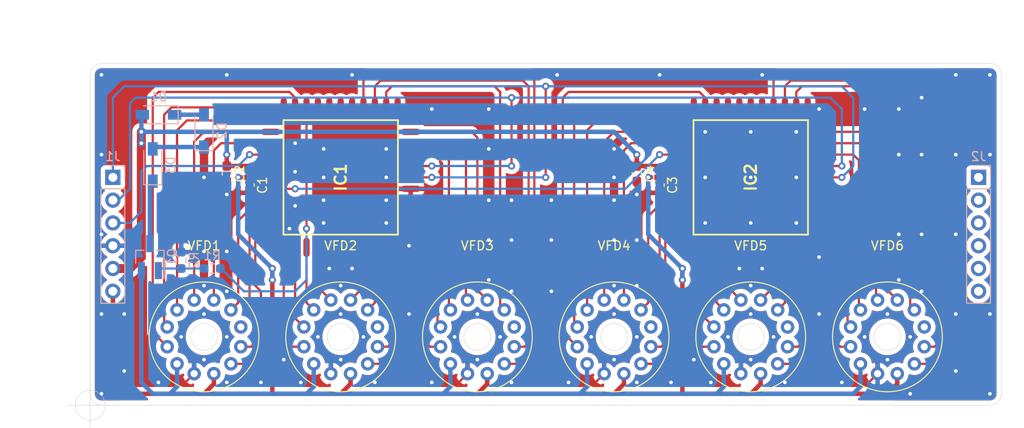
<source format=kicad_pcb>
(kicad_pcb (version 20171130) (host pcbnew "(5.1.8)-1")
  (layers (0 F.Cu signal) (31 B.Cu signal) (34 B.Paste user) (35 F.Paste user) (36 B.SilkS user) (37 F.SilkS user) (38 B.Mask user) (39 F.Mask user) (44 Edge.Cuts user))
  (net 0 "")
  (net 1 GND)
  (net 2 +24V)
  (net 3 +3V3)
  (net 4 "Net-(D1-Pad1)")
  (net 5 "Net-(D2-Pad1)")
  (net 6 "Net-(D3-Pad1)")
  (net 7 /SI)
  (net 8 "Net-(IC1-Pad36)")
  (net 9 "Net-(IC1-Pad35)")
  (net 10 "Net-(IC1-Pad34)")
  (net 11 "Net-(IC1-Pad33)")
  (net 12 "Net-(IC1-Pad29)")
  (net 13 "Net-(IC1-Pad28)")
  (net 14 /RCK)
  (net 15 /SCK)
  (net 16 "Net-(IC1-Pad18)")
  (net 17 "Net-(IC1-Pad13)")
  (net 18 "Net-(IC1-Pad12)")
  (net 19 "Net-(IC1-Pad11)")
  (net 20 "Net-(IC1-Pad6)")
  (net 21 /CASCADE)
  (net 22 "Net-(IC2-Pad37)")
  (net 23 "Net-(IC2-Pad36)")
  (net 24 "Net-(IC2-Pad35)")
  (net 25 "Net-(IC2-Pad34)")
  (net 26 "Net-(IC2-Pad33)")
  (net 27 "Net-(IC2-Pad29)")
  (net 28 "Net-(IC2-Pad28)")
  (net 29 "Net-(IC2-Pad18)")
  (net 30 "Net-(IC2-Pad13)")
  (net 31 "Net-(IC2-Pad12)")
  (net 32 "Net-(IC2-Pad11)")
  (net 33 "Net-(IC2-Pad6)")
  (net 34 "Net-(IC2-Pad2)")
  (net 35 "Net-(J2-Pad6)")
  (net 36 "Net-(J2-Pad5)")
  (net 37 "Net-(J2-Pad4)")
  (net 38 "Net-(J2-Pad3)")
  (net 39 "Net-(J2-Pad2)")
  (net 40 "Net-(J2-Pad1)")
  (net 41 /H_Power)
  (net 42 "Net-(Q1-Pad1)")
  (net 43 /H_Control)
  (net 44 /5_DP)
  (net 45 "Net-(VFD1-Pad12)")
  (net 46 /5_B)
  (net 47 /5_F)
  (net 48 /5_A)
  (net 49 /5_C)
  (net 50 /5_D)
  (net 51 /5_G)
  (net 52 /5_E)
  (net 53 /4_DP)
  (net 54 "Net-(VFD2-Pad12)")
  (net 55 /4_B)
  (net 56 /4_F)
  (net 57 /4_A)
  (net 58 /4_C)
  (net 59 /4_D)
  (net 60 /4_G)
  (net 61 /4_E)
  (net 62 /3_DP)
  (net 63 "Net-(VFD3-Pad12)")
  (net 64 /3_B)
  (net 65 /3_F)
  (net 66 /3_A)
  (net 67 /3_C)
  (net 68 /3_D)
  (net 69 /3_G)
  (net 70 /3_E)
  (net 71 /2_DP)
  (net 72 "Net-(VFD4-Pad12)")
  (net 73 /2_B)
  (net 74 /2_F)
  (net 75 /2_A)
  (net 76 /2_C)
  (net 77 /2_D)
  (net 78 /2_G)
  (net 79 /2_E)
  (net 80 /1_DP)
  (net 81 "Net-(VFD5-Pad12)")
  (net 82 /1_B)
  (net 83 /1_F)
  (net 84 /1_A)
  (net 85 /1_C)
  (net 86 /1_D)
  (net 87 /1_G)
  (net 88 /1_E)
  (net 89 /0_DP)
  (net 90 "Net-(VFD6-Pad12)")
  (net 91 /0_B)
  (net 92 /0_F)
  (net 93 /0_A)
  (net 94 /0_C)
  (net 95 /0_G)
  (net 96 /0_E)
  (net 97 /0_D)
  (module Connector_PinHeader_2.54mm:PinHeader_1x06_P2.54mm_Vertical (layer B.Cu) (at 223.52 83.82 180)
    (fp_text reference J2 (at 0 2.33) (layer B.SilkS) (effects (justify mirror)))
    (fp_text value Conn_01x06)
    (pad 6 thru_hole oval (at 0 -12.7 180) (size 1.7 1.7) (drill 1) (layers *.Cu *.Mask) (net 35 "Net-(J2-Pad6)"))
    (pad 5 thru_hole oval (at 0 -10.16 180) (size 1.7 1.7) (drill 1) (layers *.Cu *.Mask) (net 36 "Net-(J2-Pad5)"))
    (pad 4 thru_hole oval (at 0 -7.62 180) (size 1.7 1.7) (drill 1) (layers *.Cu *.Mask) (net 37 "Net-(J2-Pad4)"))
    (pad 3 thru_hole oval (at 0 -5.08 180) (size 1.7 1.7) (drill 1) (layers *.Cu *.Mask) (net 38 "Net-(J2-Pad3)"))
    (pad 2 thru_hole oval (at 0 -2.54 180) (size 1.7 1.7) (drill 1) (layers *.Cu *.Mask) (net 39 "Net-(J2-Pad2)"))
    (pad 1 thru_hole rect (at 0 0 180) (size 1.7 1.7) (drill 1) (layers *.Cu *.Mask) (net 40 "Net-(J2-Pad1)"))
  )
  (module SamacSys_Parts:PLCC127P1752X1752X457-44N (layer F.Cu) (at 198.12 83.82 90)
    (fp_text reference IC2 (at 0 0 90) (layer F.SilkS) (effects (font (size 1.27 1.27) (thickness 0.254))))
    (fp_text value MAX6922 hide)
    (pad 44 smd oval (at 1.27 -7.804 90) (size 0.7 2.142) (layers F.Cu F.Paste F.Mask) (net 3 +3V3))
    (pad 43 smd oval (at 2.54 -7.804 90) (size 0.7 2.142) (layers F.Cu F.Paste F.Mask) (net 21 /CASCADE))
    (pad 42 smd oval (at 3.81 -7.804 90) (size 0.7 2.142) (layers F.Cu F.Paste F.Mask) (net 75 /2_A))
    (pad 41 smd oval (at 5.08 -7.804 90) (size 0.7 2.142) (layers F.Cu F.Paste F.Mask) (net 78 /2_G))
    (pad 40 smd oval (at 6.35 -7.804 90) (size 0.7 2.142) (layers F.Cu F.Paste F.Mask) (net 74 /2_F))
    (pad 39 smd oval (at 7.804 -6.35 180) (size 0.7 2.142) (layers F.Cu F.Paste F.Mask) (net 79 /2_E))
    (pad 38 smd oval (at 7.804 -5.08 180) (size 0.7 2.142) (layers F.Cu F.Paste F.Mask) (net 77 /2_D))
    (pad 37 smd oval (at 7.804 -3.81 180) (size 0.7 2.142) (layers F.Cu F.Paste F.Mask) (net 22 "Net-(IC2-Pad37)"))
    (pad 36 smd oval (at 7.804 -2.54 180) (size 0.7 2.142) (layers F.Cu F.Paste F.Mask) (net 23 "Net-(IC2-Pad36)"))
    (pad 35 smd oval (at 7.804 -1.27 180) (size 0.7 2.142) (layers F.Cu F.Paste F.Mask) (net 24 "Net-(IC2-Pad35)"))
    (pad 34 smd oval (at 7.804 0 180) (size 0.7 2.142) (layers F.Cu F.Paste F.Mask) (net 25 "Net-(IC2-Pad34)"))
    (pad 33 smd oval (at 7.804 1.27 180) (size 0.7 2.142) (layers F.Cu F.Paste F.Mask) (net 26 "Net-(IC2-Pad33)"))
    (pad 32 smd oval (at 7.804 2.54 180) (size 0.7 2.142) (layers F.Cu F.Paste F.Mask) (net 94 /0_C))
    (pad 31 smd oval (at 7.804 3.81 180) (size 0.7 2.142) (layers F.Cu F.Paste F.Mask) (net 89 /0_DP))
    (pad 30 smd oval (at 7.804 5.08 180) (size 0.7 2.142) (layers F.Cu F.Paste F.Mask) (net 91 /0_B))
    (pad 29 smd oval (at 7.804 6.35 180) (size 0.7 2.142) (layers F.Cu F.Paste F.Mask) (net 27 "Net-(IC2-Pad29)"))
    (pad 28 smd oval (at 6.35 7.804 90) (size 0.7 2.142) (layers F.Cu F.Paste F.Mask) (net 28 "Net-(IC2-Pad28)"))
    (pad 27 smd oval (at 5.08 7.804 90) (size 0.7 2.142) (layers F.Cu F.Paste F.Mask) (net 93 /0_A))
    (pad 26 smd oval (at 3.81 7.804 90) (size 0.7 2.142) (layers F.Cu F.Paste F.Mask) (net 95 /0_G))
    (pad 25 smd oval (at 2.54 7.804 90) (size 0.7 2.142) (layers F.Cu F.Paste F.Mask) (net 92 /0_F))
    (pad 24 smd oval (at 1.27 7.804 90) (size 0.7 2.142) (layers F.Cu F.Paste F.Mask) (net 14 /RCK))
    (pad 23 smd oval (at 0 7.804 90) (size 0.7 2.142) (layers F.Cu F.Paste F.Mask) (net 15 /SCK))
    (pad 22 smd oval (at -1.27 7.804 90) (size 0.7 2.142) (layers F.Cu F.Paste F.Mask) (net 1 GND))
    (pad 21 smd oval (at -2.54 7.804 90) (size 0.7 2.142) (layers F.Cu F.Paste F.Mask) (net 1 GND))
    (pad 20 smd oval (at -3.81 7.804 90) (size 0.7 2.142) (layers F.Cu F.Paste F.Mask) (net 96 /0_E))
    (pad 19 smd oval (at -5.08 7.804 90) (size 0.7 2.142) (layers F.Cu F.Paste F.Mask) (net 97 /0_D))
    (pad 18 smd oval (at -6.35 7.804 90) (size 0.7 2.142) (layers F.Cu F.Paste F.Mask) (net 29 "Net-(IC2-Pad18)"))
    (pad 17 smd oval (at -7.804 6.35 180) (size 0.7 2.142) (layers F.Cu F.Paste F.Mask) (net 85 /1_C))
    (pad 16 smd oval (at -7.804 5.08 180) (size 0.7 2.142) (layers F.Cu F.Paste F.Mask) (net 80 /1_DP))
    (pad 15 smd oval (at -7.804 3.81 180) (size 0.7 2.142) (layers F.Cu F.Paste F.Mask) (net 82 /1_B))
    (pad 14 smd oval (at -7.804 2.54 180) (size 0.7 2.142) (layers F.Cu F.Paste F.Mask) (net 84 /1_A))
    (pad 13 smd oval (at -7.804 1.27 180) (size 0.7 2.142) (layers F.Cu F.Paste F.Mask) (net 30 "Net-(IC2-Pad13)"))
    (pad 12 smd oval (at -7.804 0 180) (size 0.7 2.142) (layers F.Cu F.Paste F.Mask) (net 31 "Net-(IC2-Pad12)"))
    (pad 11 smd oval (at -7.804 -1.27 180) (size 0.7 2.142) (layers F.Cu F.Paste F.Mask) (net 32 "Net-(IC2-Pad11)"))
    (pad 10 smd oval (at -7.804 -2.54 180) (size 0.7 2.142) (layers F.Cu F.Paste F.Mask) (net 87 /1_G))
    (pad 9 smd oval (at -7.804 -3.81 180) (size 0.7 2.142) (layers F.Cu F.Paste F.Mask) (net 83 /1_F))
    (pad 8 smd oval (at -7.804 -5.08 180) (size 0.7 2.142) (layers F.Cu F.Paste F.Mask) (net 88 /1_E))
    (pad 7 smd oval (at -7.804 -6.35 180) (size 0.7 2.142) (layers F.Cu F.Paste F.Mask) (net 86 /1_D))
    (pad 6 smd oval (at -6.35 -7.804 90) (size 0.7 2.142) (layers F.Cu F.Paste F.Mask) (net 33 "Net-(IC2-Pad6)"))
    (pad 5 smd oval (at -5.08 -7.804 90) (size 0.7 2.142) (layers F.Cu F.Paste F.Mask) (net 76 /2_C))
    (pad 4 smd oval (at -3.81 -7.804 90) (size 0.7 2.142) (layers F.Cu F.Paste F.Mask) (net 71 /2_DP))
    (pad 3 smd oval (at -2.54 -7.804 90) (size 0.7 2.142) (layers F.Cu F.Paste F.Mask) (net 73 /2_B))
    (pad 2 smd oval (at -1.27 -7.804 90) (size 0.7 2.142) (layers F.Cu F.Paste F.Mask) (net 34 "Net-(IC2-Pad2)"))
    (pad 1 smd oval (at 0 -7.804 90) (size 0.7 2.142) (layers F.Cu F.Paste F.Mask) (net 2 +24V))
  )
  (module SamacSys_Parts:PLCC127P1752X1752X457-44N (layer F.Cu) (at 152.4 83.82 90)
    (fp_text reference IC1 (at 0 0 90) (layer F.SilkS) (effects (font (size 1.27 1.27) (thickness 0.254))))
    (fp_text value MAX6922 hide)
    (pad 44 smd oval (at 1.27 -7.804 90) (size 0.7 2.142) (layers F.Cu F.Paste F.Mask) (net 3 +3V3))
    (pad 43 smd oval (at 2.54 -7.804 90) (size 0.7 2.142) (layers F.Cu F.Paste F.Mask) (net 7 /SI))
    (pad 42 smd oval (at 3.81 -7.804 90) (size 0.7 2.142) (layers F.Cu F.Paste F.Mask) (net 48 /5_A))
    (pad 41 smd oval (at 5.08 -7.804 90) (size 0.7 2.142) (layers F.Cu F.Paste F.Mask) (net 51 /5_G))
    (pad 40 smd oval (at 6.35 -7.804 90) (size 0.7 2.142) (layers F.Cu F.Paste F.Mask) (net 47 /5_F))
    (pad 39 smd oval (at 7.804 -6.35 180) (size 0.7 2.142) (layers F.Cu F.Paste F.Mask) (net 52 /5_E))
    (pad 38 smd oval (at 7.804 -5.08 180) (size 0.7 2.142) (layers F.Cu F.Paste F.Mask) (net 50 /5_D))
    (pad 37 smd oval (at 7.804 -3.81 180) (size 0.7 2.142) (layers F.Cu F.Paste F.Mask) (net 43 /H_Control))
    (pad 36 smd oval (at 7.804 -2.54 180) (size 0.7 2.142) (layers F.Cu F.Paste F.Mask) (net 8 "Net-(IC1-Pad36)"))
    (pad 35 smd oval (at 7.804 -1.27 180) (size 0.7 2.142) (layers F.Cu F.Paste F.Mask) (net 9 "Net-(IC1-Pad35)"))
    (pad 34 smd oval (at 7.804 0 180) (size 0.7 2.142) (layers F.Cu F.Paste F.Mask) (net 10 "Net-(IC1-Pad34)"))
    (pad 33 smd oval (at 7.804 1.27 180) (size 0.7 2.142) (layers F.Cu F.Paste F.Mask) (net 11 "Net-(IC1-Pad33)"))
    (pad 32 smd oval (at 7.804 2.54 180) (size 0.7 2.142) (layers F.Cu F.Paste F.Mask) (net 67 /3_C))
    (pad 31 smd oval (at 7.804 3.81 180) (size 0.7 2.142) (layers F.Cu F.Paste F.Mask) (net 62 /3_DP))
    (pad 30 smd oval (at 7.804 5.08 180) (size 0.7 2.142) (layers F.Cu F.Paste F.Mask) (net 64 /3_B))
    (pad 29 smd oval (at 7.804 6.35 180) (size 0.7 2.142) (layers F.Cu F.Paste F.Mask) (net 12 "Net-(IC1-Pad29)"))
    (pad 28 smd oval (at 6.35 7.804 90) (size 0.7 2.142) (layers F.Cu F.Paste F.Mask) (net 13 "Net-(IC1-Pad28)"))
    (pad 27 smd oval (at 5.08 7.804 90) (size 0.7 2.142) (layers F.Cu F.Paste F.Mask) (net 66 /3_A))
    (pad 26 smd oval (at 3.81 7.804 90) (size 0.7 2.142) (layers F.Cu F.Paste F.Mask) (net 69 /3_G))
    (pad 25 smd oval (at 2.54 7.804 90) (size 0.7 2.142) (layers F.Cu F.Paste F.Mask) (net 65 /3_F))
    (pad 24 smd oval (at 1.27 7.804 90) (size 0.7 2.142) (layers F.Cu F.Paste F.Mask) (net 14 /RCK))
    (pad 23 smd oval (at 0 7.804 90) (size 0.7 2.142) (layers F.Cu F.Paste F.Mask) (net 15 /SCK))
    (pad 22 smd oval (at -1.27 7.804 90) (size 0.7 2.142) (layers F.Cu F.Paste F.Mask) (net 1 GND))
    (pad 21 smd oval (at -2.54 7.804 90) (size 0.7 2.142) (layers F.Cu F.Paste F.Mask) (net 1 GND))
    (pad 20 smd oval (at -3.81 7.804 90) (size 0.7 2.142) (layers F.Cu F.Paste F.Mask) (net 70 /3_E))
    (pad 19 smd oval (at -5.08 7.804 90) (size 0.7 2.142) (layers F.Cu F.Paste F.Mask) (net 68 /3_D))
    (pad 18 smd oval (at -6.35 7.804 90) (size 0.7 2.142) (layers F.Cu F.Paste F.Mask) (net 16 "Net-(IC1-Pad18)"))
    (pad 17 smd oval (at -7.804 6.35 180) (size 0.7 2.142) (layers F.Cu F.Paste F.Mask) (net 58 /4_C))
    (pad 16 smd oval (at -7.804 5.08 180) (size 0.7 2.142) (layers F.Cu F.Paste F.Mask) (net 53 /4_DP))
    (pad 15 smd oval (at -7.804 3.81 180) (size 0.7 2.142) (layers F.Cu F.Paste F.Mask) (net 55 /4_B))
    (pad 14 smd oval (at -7.804 2.54 180) (size 0.7 2.142) (layers F.Cu F.Paste F.Mask) (net 57 /4_A))
    (pad 13 smd oval (at -7.804 1.27 180) (size 0.7 2.142) (layers F.Cu F.Paste F.Mask) (net 17 "Net-(IC1-Pad13)"))
    (pad 12 smd oval (at -7.804 0 180) (size 0.7 2.142) (layers F.Cu F.Paste F.Mask) (net 18 "Net-(IC1-Pad12)"))
    (pad 11 smd oval (at -7.804 -1.27 180) (size 0.7 2.142) (layers F.Cu F.Paste F.Mask) (net 19 "Net-(IC1-Pad11)"))
    (pad 10 smd oval (at -7.804 -2.54 180) (size 0.7 2.142) (layers F.Cu F.Paste F.Mask) (net 60 /4_G))
    (pad 9 smd oval (at -7.804 -3.81 180) (size 0.7 2.142) (layers F.Cu F.Paste F.Mask) (net 56 /4_F))
    (pad 8 smd oval (at -7.804 -5.08 180) (size 0.7 2.142) (layers F.Cu F.Paste F.Mask) (net 61 /4_E))
    (pad 7 smd oval (at -7.804 -6.35 180) (size 0.7 2.142) (layers F.Cu F.Paste F.Mask) (net 59 /4_D))
    (pad 6 smd oval (at -6.35 -7.804 90) (size 0.7 2.142) (layers F.Cu F.Paste F.Mask) (net 20 "Net-(IC1-Pad6)"))
    (pad 5 smd oval (at -5.08 -7.804 90) (size 0.7 2.142) (layers F.Cu F.Paste F.Mask) (net 49 /5_C))
    (pad 4 smd oval (at -3.81 -7.804 90) (size 0.7 2.142) (layers F.Cu F.Paste F.Mask) (net 44 /5_DP))
    (pad 3 smd oval (at -2.54 -7.804 90) (size 0.7 2.142) (layers F.Cu F.Paste F.Mask) (net 46 /5_B))
    (pad 2 smd oval (at -1.27 -7.804 90) (size 0.7 2.142) (layers F.Cu F.Paste F.Mask) (net 21 /CASCADE))
    (pad 1 smd oval (at 0 -7.804 90) (size 0.7 2.142) (layers F.Cu F.Paste F.Mask) (net 2 +24V))
  )
  (module Gentiana:IV-6 (layer F.Cu) (at 213.36 101.6)
    (fp_text reference VFD6 (at 0 -10.16) (layer F.SilkS))
    (fp_text value IV-6)
    (pad 9 thru_hole oval (at 1.09998 4.105184) (size 1.5 1.5) (drill 0.8) (layers *.Cu *.Mask) (net 2 +24V))
    (pad 11 thru_hole oval (at 4.105184 1.09998) (size 1.5 1.5) (drill 0.8) (layers *.Cu *.Mask) (net 89 /0_DP))
    (pad 12 thru_hole oval (at 4.105184 -1.09998) (size 1.5 1.5) (drill 0.8) (layers *.Cu *.Mask) (net 90 "Net-(VFD6-Pad12)"))
    (pad 1 thru_hole oval (at 3.005203 -3.005203) (size 1.5 1.5) (drill 0.8) (layers *.Cu *.Mask) (net 91 /0_B))
    (pad 8 thru_hole oval (at -1.09998 4.105184) (size 1.5 1.5) (drill 0.8) (layers *.Cu *.Mask) (net 1 GND))
    (pad 7 thru_hole oval (at -3.005203 3.005203) (size 1.5 1.5) (drill 0.8) (layers *.Cu *.Mask) (net 41 /H_Power))
    (pad 4 thru_hole oval (at -3.005203 -3.005203) (size 1.5 1.5) (drill 0.8) (layers *.Cu *.Mask) (net 92 /0_F))
    (pad 2 thru_hole oval (at 1.09998 -4.105184) (size 1.5 1.5) (drill 0.8) (layers *.Cu *.Mask) (net 93 /0_A))
    (pad 10 thru_hole oval (at 3.005203 3.005203) (size 1.5 1.5) (drill 0.8) (layers *.Cu *.Mask) (net 94 /0_C))
    (pad 6 thru_hole oval (at -4.105184 1.09998) (size 1.5 1.5) (drill 0.8) (layers *.Cu *.Mask) (net 97 /0_D))
    (pad 3 thru_hole oval (at -1.09998 -4.105184) (size 1.5 1.5) (drill 0.8) (layers *.Cu *.Mask) (net 95 /0_G))
    (pad 5 thru_hole oval (at -4.105184 -1.09998) (size 1.5 1.5) (drill 0.8) (layers *.Cu *.Mask) (net 96 /0_E))
  )
  (module Gentiana:IV-6 (layer F.Cu) (at 198.12 101.6)
    (fp_text reference VFD5 (at 0 -10.16) (layer F.SilkS))
    (fp_text value IV-6)
    (pad 9 thru_hole oval (at 1.09998 4.105184) (size 1.5 1.5) (drill 0.8) (layers *.Cu *.Mask) (net 2 +24V))
    (pad 11 thru_hole oval (at 4.105184 1.09998) (size 1.5 1.5) (drill 0.8) (layers *.Cu *.Mask) (net 80 /1_DP))
    (pad 12 thru_hole oval (at 4.105184 -1.09998) (size 1.5 1.5) (drill 0.8) (layers *.Cu *.Mask) (net 81 "Net-(VFD5-Pad12)"))
    (pad 1 thru_hole oval (at 3.005203 -3.005203) (size 1.5 1.5) (drill 0.8) (layers *.Cu *.Mask) (net 82 /1_B))
    (pad 8 thru_hole oval (at -1.09998 4.105184) (size 1.5 1.5) (drill 0.8) (layers *.Cu *.Mask) (net 1 GND))
    (pad 7 thru_hole oval (at -3.005203 3.005203) (size 1.5 1.5) (drill 0.8) (layers *.Cu *.Mask) (net 41 /H_Power))
    (pad 4 thru_hole oval (at -3.005203 -3.005203) (size 1.5 1.5) (drill 0.8) (layers *.Cu *.Mask) (net 83 /1_F))
    (pad 2 thru_hole oval (at 1.09998 -4.105184) (size 1.5 1.5) (drill 0.8) (layers *.Cu *.Mask) (net 84 /1_A))
    (pad 10 thru_hole oval (at 3.005203 3.005203) (size 1.5 1.5) (drill 0.8) (layers *.Cu *.Mask) (net 85 /1_C))
    (pad 6 thru_hole oval (at -4.105184 1.09998) (size 1.5 1.5) (drill 0.8) (layers *.Cu *.Mask) (net 86 /1_D))
    (pad 3 thru_hole oval (at -1.09998 -4.105184) (size 1.5 1.5) (drill 0.8) (layers *.Cu *.Mask) (net 87 /1_G))
    (pad 5 thru_hole oval (at -4.105184 -1.09998) (size 1.5 1.5) (drill 0.8) (layers *.Cu *.Mask) (net 88 /1_E))
  )
  (module Gentiana:IV-6 (layer F.Cu) (at 182.88 101.6)
    (fp_text reference VFD4 (at 0 -10.16) (layer F.SilkS))
    (fp_text value IV-6)
    (pad 9 thru_hole oval (at 1.09998 4.105184) (size 1.5 1.5) (drill 0.8) (layers *.Cu *.Mask) (net 2 +24V))
    (pad 11 thru_hole oval (at 4.105184 1.09998) (size 1.5 1.5) (drill 0.8) (layers *.Cu *.Mask) (net 71 /2_DP))
    (pad 12 thru_hole oval (at 4.105184 -1.09998) (size 1.5 1.5) (drill 0.8) (layers *.Cu *.Mask) (net 72 "Net-(VFD4-Pad12)"))
    (pad 1 thru_hole oval (at 3.005203 -3.005203) (size 1.5 1.5) (drill 0.8) (layers *.Cu *.Mask) (net 73 /2_B))
    (pad 8 thru_hole oval (at -1.09998 4.105184) (size 1.5 1.5) (drill 0.8) (layers *.Cu *.Mask) (net 1 GND))
    (pad 7 thru_hole oval (at -3.005203 3.005203) (size 1.5 1.5) (drill 0.8) (layers *.Cu *.Mask) (net 41 /H_Power))
    (pad 4 thru_hole oval (at -3.005203 -3.005203) (size 1.5 1.5) (drill 0.8) (layers *.Cu *.Mask) (net 74 /2_F))
    (pad 2 thru_hole oval (at 1.09998 -4.105184) (size 1.5 1.5) (drill 0.8) (layers *.Cu *.Mask) (net 75 /2_A))
    (pad 10 thru_hole oval (at 3.005203 3.005203) (size 1.5 1.5) (drill 0.8) (layers *.Cu *.Mask) (net 76 /2_C))
    (pad 6 thru_hole oval (at -4.105184 1.09998) (size 1.5 1.5) (drill 0.8) (layers *.Cu *.Mask) (net 77 /2_D))
    (pad 3 thru_hole oval (at -1.09998 -4.105184) (size 1.5 1.5) (drill 0.8) (layers *.Cu *.Mask) (net 78 /2_G))
    (pad 5 thru_hole oval (at -4.105184 -1.09998) (size 1.5 1.5) (drill 0.8) (layers *.Cu *.Mask) (net 79 /2_E))
  )
  (module Gentiana:IV-6 (layer F.Cu) (at 167.64 101.6)
    (fp_text reference VFD3 (at 0 -10.16) (layer F.SilkS))
    (fp_text value IV-6)
    (pad 9 thru_hole oval (at 1.09998 4.105184) (size 1.5 1.5) (drill 0.8) (layers *.Cu *.Mask) (net 2 +24V))
    (pad 11 thru_hole oval (at 4.105184 1.09998) (size 1.5 1.5) (drill 0.8) (layers *.Cu *.Mask) (net 62 /3_DP))
    (pad 12 thru_hole oval (at 4.105184 -1.09998) (size 1.5 1.5) (drill 0.8) (layers *.Cu *.Mask) (net 63 "Net-(VFD3-Pad12)"))
    (pad 1 thru_hole oval (at 3.005203 -3.005203) (size 1.5 1.5) (drill 0.8) (layers *.Cu *.Mask) (net 64 /3_B))
    (pad 8 thru_hole oval (at -1.09998 4.105184) (size 1.5 1.5) (drill 0.8) (layers *.Cu *.Mask) (net 1 GND))
    (pad 7 thru_hole oval (at -3.005203 3.005203) (size 1.5 1.5) (drill 0.8) (layers *.Cu *.Mask) (net 41 /H_Power))
    (pad 4 thru_hole oval (at -3.005203 -3.005203) (size 1.5 1.5) (drill 0.8) (layers *.Cu *.Mask) (net 65 /3_F))
    (pad 2 thru_hole oval (at 1.09998 -4.105184) (size 1.5 1.5) (drill 0.8) (layers *.Cu *.Mask) (net 66 /3_A))
    (pad 10 thru_hole oval (at 3.005203 3.005203) (size 1.5 1.5) (drill 0.8) (layers *.Cu *.Mask) (net 67 /3_C))
    (pad 6 thru_hole oval (at -4.105184 1.09998) (size 1.5 1.5) (drill 0.8) (layers *.Cu *.Mask) (net 68 /3_D))
    (pad 3 thru_hole oval (at -1.09998 -4.105184) (size 1.5 1.5) (drill 0.8) (layers *.Cu *.Mask) (net 69 /3_G))
    (pad 5 thru_hole oval (at -4.105184 -1.09998) (size 1.5 1.5) (drill 0.8) (layers *.Cu *.Mask) (net 70 /3_E))
  )
  (module Gentiana:IV-6 (layer F.Cu) (at 152.4 101.6)
    (fp_text reference VFD2 (at 0 -10.16) (layer F.SilkS))
    (fp_text value IV-6)
    (pad 9 thru_hole oval (at 1.09998 4.105184) (size 1.5 1.5) (drill 0.8) (layers *.Cu *.Mask) (net 2 +24V))
    (pad 11 thru_hole oval (at 4.105184 1.09998) (size 1.5 1.5) (drill 0.8) (layers *.Cu *.Mask) (net 53 /4_DP))
    (pad 12 thru_hole oval (at 4.105184 -1.09998) (size 1.5 1.5) (drill 0.8) (layers *.Cu *.Mask) (net 54 "Net-(VFD2-Pad12)"))
    (pad 1 thru_hole oval (at 3.005203 -3.005203) (size 1.5 1.5) (drill 0.8) (layers *.Cu *.Mask) (net 55 /4_B))
    (pad 8 thru_hole oval (at -1.09998 4.105184) (size 1.5 1.5) (drill 0.8) (layers *.Cu *.Mask) (net 1 GND))
    (pad 7 thru_hole oval (at -3.005203 3.005203) (size 1.5 1.5) (drill 0.8) (layers *.Cu *.Mask) (net 41 /H_Power))
    (pad 4 thru_hole oval (at -3.005203 -3.005203) (size 1.5 1.5) (drill 0.8) (layers *.Cu *.Mask) (net 56 /4_F))
    (pad 2 thru_hole oval (at 1.09998 -4.105184) (size 1.5 1.5) (drill 0.8) (layers *.Cu *.Mask) (net 57 /4_A))
    (pad 10 thru_hole oval (at 3.005203 3.005203) (size 1.5 1.5) (drill 0.8) (layers *.Cu *.Mask) (net 58 /4_C))
    (pad 6 thru_hole oval (at -4.105184 1.09998) (size 1.5 1.5) (drill 0.8) (layers *.Cu *.Mask) (net 59 /4_D))
    (pad 3 thru_hole oval (at -1.09998 -4.105184) (size 1.5 1.5) (drill 0.8) (layers *.Cu *.Mask) (net 60 /4_G))
    (pad 5 thru_hole oval (at -4.105184 -1.09998) (size 1.5 1.5) (drill 0.8) (layers *.Cu *.Mask) (net 61 /4_E))
  )
  (module Gentiana:IV-6 (layer F.Cu) (at 137.16 101.6)
    (fp_text reference VFD1 (at 0 -10.16) (layer F.SilkS))
    (fp_text value IV-6)
    (pad 9 thru_hole oval (at 1.09998 4.105184) (size 1.5 1.5) (drill 0.8) (layers *.Cu *.Mask) (net 2 +24V))
    (pad 11 thru_hole oval (at 4.105184 1.09998) (size 1.5 1.5) (drill 0.8) (layers *.Cu *.Mask) (net 44 /5_DP))
    (pad 12 thru_hole oval (at 4.105184 -1.09998) (size 1.5 1.5) (drill 0.8) (layers *.Cu *.Mask) (net 45 "Net-(VFD1-Pad12)"))
    (pad 1 thru_hole oval (at 3.005203 -3.005203) (size 1.5 1.5) (drill 0.8) (layers *.Cu *.Mask) (net 46 /5_B))
    (pad 8 thru_hole oval (at -1.09998 4.105184) (size 1.5 1.5) (drill 0.8) (layers *.Cu *.Mask) (net 1 GND))
    (pad 7 thru_hole oval (at -3.005203 3.005203) (size 1.5 1.5) (drill 0.8) (layers *.Cu *.Mask) (net 41 /H_Power))
    (pad 4 thru_hole oval (at -3.005203 -3.005203) (size 1.5 1.5) (drill 0.8) (layers *.Cu *.Mask) (net 47 /5_F))
    (pad 2 thru_hole oval (at 1.09998 -4.105184) (size 1.5 1.5) (drill 0.8) (layers *.Cu *.Mask) (net 48 /5_A))
    (pad 10 thru_hole oval (at 3.005203 3.005203) (size 1.5 1.5) (drill 0.8) (layers *.Cu *.Mask) (net 49 /5_C))
    (pad 6 thru_hole oval (at -4.105184 1.09998) (size 1.5 1.5) (drill 0.8) (layers *.Cu *.Mask) (net 50 /5_D))
    (pad 3 thru_hole oval (at -1.09998 -4.105184) (size 1.5 1.5) (drill 0.8) (layers *.Cu *.Mask) (net 51 /5_G))
    (pad 5 thru_hole oval (at -4.105184 -1.09998) (size 1.5 1.5) (drill 0.8) (layers *.Cu *.Mask) (net 52 /5_E))
  )
  (module Resistor_SMD:R_0603_1608Metric_Pad0.98x0.95mm_HandSolder (layer B.Cu) (at 134.62 93.0675 90)
    (fp_text reference R2 (at 0 1.43 90) (layer B.SilkS) (effects (justify mirror)))
    (fp_text value 10k)
    (pad 2 smd roundrect (at 0.9125 0 90) (size 0.975 0.95) (layers B.Cu B.Paste B.Mask) (net 1 GND))
    (pad 1 smd roundrect (at -0.9125 0 90) (size 0.975 0.95) (layers B.Cu B.Paste B.Mask) (net 42 "Net-(Q1-Pad1)"))
  )
  (module Resistor_SMD:R_0603_1608Metric_Pad0.98x0.95mm_HandSolder (layer B.Cu) (at 138.0725 93.98 180)
    (fp_text reference R1 (at 0 1.43) (layer B.SilkS) (effects (justify mirror)))
    (fp_text value 30k)
    (pad 1 smd roundrect (at -0.9125 0 180) (size 0.975 0.95) (layers B.Cu B.Paste B.Mask) (net 43 /H_Control))
    (pad 2 smd roundrect (at 0.9125 0 180) (size 0.975 0.95) (layers B.Cu B.Paste B.Mask) (net 42 "Net-(Q1-Pad1)"))
  )
  (module Package_TO_SOT_SMD:SOT-23_Handsoldering (layer B.Cu) (at 131.125 92.71 90)
    (fp_text reference Q1 (at 0 2.5 90) (layer B.SilkS) (effects (justify mirror)))
    (fp_text value IRLML6344)
    (pad 3 smd rect (at 1.5 0 90) (size 1.9 0.8) (layers B.Cu B.Paste B.Mask) (net 6 "Net-(D3-Pad1)"))
    (pad 2 smd rect (at -1.5 -0.95 90) (size 1.9 0.8) (layers B.Cu B.Paste B.Mask) (net 41 /H_Power))
    (pad 1 smd rect (at -1.5 0.95 90) (size 1.9 0.8) (layers B.Cu B.Paste B.Mask) (net 42 "Net-(Q1-Pad1)"))
  )
  (module Connector_PinHeader_2.54mm:PinHeader_1x06_P2.54mm_Vertical (layer B.Cu) (at 127 83.82 180)
    (fp_text reference J1 (at 0 2.33) (layer B.SilkS) (effects (justify mirror)))
    (fp_text value Conn_01x06)
    (pad 6 thru_hole oval (at 0 -12.7 180) (size 1.7 1.7) (drill 1) (layers *.Cu *.Mask) (net 2 +24V))
    (pad 5 thru_hole oval (at 0 -10.16 180) (size 1.7 1.7) (drill 1) (layers *.Cu *.Mask) (net 3 +3V3))
    (pad 4 thru_hole oval (at 0 -7.62 180) (size 1.7 1.7) (drill 1) (layers *.Cu *.Mask) (net 1 GND))
    (pad 3 thru_hole oval (at 0 -5.08 180) (size 1.7 1.7) (drill 1) (layers *.Cu *.Mask) (net 7 /SI))
    (pad 2 thru_hole oval (at 0 -2.54 180) (size 1.7 1.7) (drill 1) (layers *.Cu *.Mask) (net 14 /RCK))
    (pad 1 thru_hole rect (at 0 0 180) (size 1.7 1.7) (drill 1) (layers *.Cu *.Mask) (net 15 /SCK))
  )
  (module Gentiana:SOD-123FL (layer B.Cu) (at 131.445 82.445 90)
    (fp_text reference D3 (at 0 2 90) (layer B.SilkS) (effects (justify mirror)))
    (fp_text value GS1010FL)
    (pad 1 smd rect (at -1.8 0 90) (size 1.5 1.1) (layers B.Cu B.Paste B.Mask) (net 6 "Net-(D3-Pad1)"))
    (pad 2 smd rect (at 1.8 0 90) (size 1.5 1.1) (layers B.Cu B.Paste B.Mask) (net 5 "Net-(D2-Pad1)"))
  )
  (module Gentiana:SOD-123FL (layer B.Cu) (at 137.16 78.635 90)
    (fp_text reference D2 (at 0 2 90) (layer B.SilkS) (effects (justify mirror)))
    (fp_text value GS1010FL)
    (pad 1 smd rect (at -1.8 0 90) (size 1.5 1.1) (layers B.Cu B.Paste B.Mask) (net 5 "Net-(D2-Pad1)"))
    (pad 2 smd rect (at 1.8 0 90) (size 1.5 1.1) (layers B.Cu B.Paste B.Mask) (net 4 "Net-(D1-Pad1)"))
  )
  (module Gentiana:SOD-123FL (layer B.Cu) (at 132.08 76.835 180)
    (fp_text reference D1 (at 0 2) (layer B.SilkS) (effects (justify mirror)))
    (fp_text value GS1010FL)
    (pad 1 smd rect (at -1.8 0 180) (size 1.5 1.1) (layers B.Cu B.Paste B.Mask) (net 4 "Net-(D1-Pad1)"))
    (pad 2 smd rect (at 1.8 0 180) (size 1.5 1.1) (layers B.Cu B.Paste B.Mask) (net 3 +3V3))
  )
  (module Capacitor_SMD:C_0603_1608Metric_Pad1.08x0.95mm_HandSolder (layer F.Cu) (at 185.42 83.4125 270)
    (fp_text reference C4 (at 0 -1.43 90) (layer F.SilkS))
    (fp_text value 0.1u)
    (pad 2 smd roundrect (at 0.8625 0 270) (size 1.075 0.95) (layers F.Cu F.Paste F.Mask) (net 1 GND))
    (pad 1 smd roundrect (at -0.8625 0 270) (size 1.075 0.95) (layers F.Cu F.Paste F.Mask) (net 3 +3V3))
  )
  (module Capacitor_SMD:C_0603_1608Metric_Pad1.08x0.95mm_HandSolder (layer F.Cu) (at 187.96 84.6825 270)
    (fp_text reference C3 (at 0 -1.43 90) (layer F.SilkS))
    (fp_text value 0.1u)
    (pad 2 smd roundrect (at 0.8625 0 270) (size 1.075 0.95) (layers F.Cu F.Paste F.Mask) (net 1 GND))
    (pad 1 smd roundrect (at -0.8625 0 270) (size 1.075 0.95) (layers F.Cu F.Paste F.Mask) (net 2 +24V))
  )
  (module Capacitor_SMD:C_0603_1608Metric_Pad1.08x0.95mm_HandSolder (layer F.Cu) (at 139.7 83.4125 270)
    (fp_text reference C2 (at 0 -1.43 90) (layer F.SilkS))
    (fp_text value 0.1u)
    (pad 2 smd roundrect (at 0.8625 0 270) (size 1.075 0.95) (layers F.Cu F.Paste F.Mask) (net 1 GND))
    (pad 1 smd roundrect (at -0.8625 0 270) (size 1.075 0.95) (layers F.Cu F.Paste F.Mask) (net 3 +3V3))
  )
  (module Capacitor_SMD:C_0603_1608Metric_Pad1.08x0.95mm_HandSolder (layer F.Cu) (at 142.24 84.6825 270)
    (fp_text reference C1 (at 0 -1.43 90) (layer F.SilkS))
    (fp_text value 0.1u)
    (pad 2 smd roundrect (at 0.8625 0 270) (size 1.075 0.95) (layers F.Cu F.Paste F.Mask) (net 1 GND))
    (pad 1 smd roundrect (at -0.8625 0 270) (size 1.075 0.95) (layers F.Cu F.Paste F.Mask) (net 2 +24V))
  )
  (target plus (at 124.46 109.22) (size 5) (width 0.05) (layer Edge.Cuts))
  (gr_arc (start 224.79 107.95) (end 224.79 109.22) (angle -90) (layer Edge.Cuts) (width 0.05))
  (gr_arc (start 224.79 72.39) (end 226.06 72.39) (angle -90) (layer Edge.Cuts) (width 0.05))
  (gr_arc (start 125.73 72.39) (end 125.73 71.12) (angle -90) (layer Edge.Cuts) (width 0.05))
  (gr_arc (start 125.73 107.95) (end 124.46 107.95) (angle -90) (layer Edge.Cuts) (width 0.05))
  (gr_line (start 226.06 107.95) (end 226.06 72.39) (layer Edge.Cuts) (width 0.05))
  (gr_line (start 124.46 72.39) (end 124.46 107.95) (layer Edge.Cuts) (width 0.05))
  (gr_line (start 224.79 71.12) (end 125.73 71.12) (layer Edge.Cuts) (width 0.05))
  (gr_line (start 125.73 109.22) (end 224.79 109.22) (layer Edge.Cuts) (width 0.05))
  (gr_circle (center 213.36 101.6) (end 214.86 101.6) (layer Edge.Cuts) (width 0.05))
  (gr_circle (center 198.12 101.6) (end 199.62 101.6) (layer Edge.Cuts) (width 0.05))
  (gr_circle (center 182.88 101.6) (end 184.38 101.6) (layer Edge.Cuts) (width 0.05))
  (gr_circle (center 167.64 101.6) (end 169.14 101.6) (layer Edge.Cuts) (width 0.05))
  (gr_circle (center 152.4 101.6) (end 153.9 101.6) (layer Edge.Cuts) (width 0.05))
  (gr_circle (center 137.16 101.6) (end 138.66 101.6) (layer Edge.Cuts) (width 0.05))
  (via (at 137.16 104.14) (size 0.8) (drill 0.4) (layers F.Cu B.Cu) (net 1))
  (via (at 139.7 101.6) (size 0.8) (drill 0.4) (layers F.Cu B.Cu) (net 1))
  (via (at 134.62 101.6) (size 0.8) (drill 0.4) (layers F.Cu B.Cu) (net 1))
  (via (at 137.16 99.06) (size 0.8) (drill 0.4) (layers F.Cu B.Cu) (net 1))
  (via (at 152.4 99.06) (size 0.8) (drill 0.4) (layers F.Cu B.Cu) (net 1))
  (via (at 149.86 101.6) (size 0.8) (drill 0.4) (layers F.Cu B.Cu) (net 1))
  (via (at 152.4 104.14) (size 0.8) (drill 0.4) (layers F.Cu B.Cu) (net 1))
  (via (at 154.94 101.6) (size 0.8) (drill 0.4) (layers F.Cu B.Cu) (net 1))
  (via (at 167.64 99.06) (size 0.8) (drill 0.4) (layers F.Cu B.Cu) (net 1))
  (via (at 165.1 101.6) (size 0.8) (drill 0.4) (layers F.Cu B.Cu) (net 1))
  (via (at 167.64 104.14) (size 0.8) (drill 0.4) (layers F.Cu B.Cu) (net 1))
  (via (at 170.18 101.6) (size 0.8) (drill 0.4) (layers F.Cu B.Cu) (net 1))
  (via (at 180.34 101.6) (size 0.8) (drill 0.4) (layers F.Cu B.Cu) (net 1))
  (via (at 182.88 99.06) (size 0.8) (drill 0.4) (layers F.Cu B.Cu) (net 1))
  (via (at 182.88 104.14) (size 0.8) (drill 0.4) (layers F.Cu B.Cu) (net 1))
  (via (at 185.42 101.6) (size 0.8) (drill 0.4) (layers F.Cu B.Cu) (net 1))
  (via (at 198.12 99.06) (size 0.8) (drill 0.4) (layers F.Cu B.Cu) (net 1))
  (via (at 195.58 101.6) (size 0.8) (drill 0.4) (layers F.Cu B.Cu) (net 1))
  (via (at 198.12 104.14) (size 0.8) (drill 0.4) (layers F.Cu B.Cu) (net 1))
  (via (at 200.66 101.6) (size 0.8) (drill 0.4) (layers F.Cu B.Cu) (net 1))
  (via (at 213.36 99.06) (size 0.8) (drill 0.4) (layers F.Cu B.Cu) (net 1))
  (via (at 210.82 101.6) (size 0.8) (drill 0.4) (layers F.Cu B.Cu) (net 1))
  (via (at 213.36 104.14) (size 0.8) (drill 0.4) (layers F.Cu B.Cu) (net 1))
  (via (at 215.9 101.6) (size 0.8) (drill 0.4) (layers F.Cu B.Cu) (net 1))
  (via (at 224.79 107.95) (size 0.8) (drill 0.4) (layers F.Cu B.Cu) (net 1))
  (via (at 215.9 107.95) (size 0.8) (drill 0.4) (layers F.Cu B.Cu) (net 1))
  (via (at 220.98 105.41) (size 0.8) (drill 0.4) (layers F.Cu B.Cu) (net 1))
  (via (at 220.98 72.39) (size 0.8) (drill 0.4) (layers F.Cu B.Cu) (net 1))
  (via (at 224.79 72.39) (size 0.8) (drill 0.4) (layers F.Cu B.Cu) (net 1))
  (via (at 224.79 81.28) (size 0.8) (drill 0.4) (layers F.Cu B.Cu) (net 1))
  (via (at 220.98 81.28) (size 0.8) (drill 0.4) (layers F.Cu B.Cu) (net 1))
  (via (at 224.79 99.06) (size 0.8) (drill 0.4) (layers F.Cu B.Cu) (net 1))
  (via (at 220.98 99.06) (size 0.8) (drill 0.4) (layers F.Cu B.Cu) (net 1))
  (via (at 220.98 90.17) (size 0.8) (drill 0.4) (layers F.Cu B.Cu) (net 1))
  (segment (start 211.285204 106.68) (end 208.28 106.68) (width 0.25) (layer F.Cu) (net 1))
  (via (at 208.28 106.68) (size 0.8) (drill 0.4) (layers F.Cu B.Cu) (net 1))
  (segment (start 212.26002 105.705184) (end 211.285204 106.68) (width 0.25) (layer F.Cu) (net 1))
  (segment (start 181.78002 105.705184) (end 180.805204 106.68) (width 0.25) (layer F.Cu) (net 1))
  (segment (start 180.805204 106.68) (end 177.8 106.68) (width 0.25) (layer F.Cu) (net 1))
  (via (at 177.8 106.68) (size 0.8) (drill 0.4) (layers F.Cu B.Cu) (net 1))
  (segment (start 166.54002 105.705184) (end 165.565204 106.68) (width 0.25) (layer F.Cu) (net 1))
  (segment (start 165.565204 106.68) (end 162.56 106.68) (width 0.25) (layer F.Cu) (net 1))
  (via (at 162.56 106.68) (size 0.8) (drill 0.4) (layers F.Cu B.Cu) (net 1))
  (segment (start 136.06002 105.705184) (end 135.085204 106.68) (width 0.25) (layer F.Cu) (net 1))
  (segment (start 135.085204 106.68) (end 132.08 106.68) (width 0.25) (layer F.Cu) (net 1))
  (via (at 132.08 106.68) (size 0.8) (drill 0.4) (layers F.Cu B.Cu) (net 1))
  (via (at 125.73 107.95) (size 0.8) (drill 0.4) (layers F.Cu B.Cu) (net 1))
  (via (at 125.73 72.39) (size 0.8) (drill 0.4) (layers F.Cu B.Cu) (net 1))
  (via (at 125.73 81.28) (size 0.8) (drill 0.4) (layers F.Cu B.Cu) (net 1))
  (via (at 125.73 99.06) (size 0.8) (drill 0.4) (layers F.Cu B.Cu) (net 1))
  (via (at 125.73 90.17) (size 0.8) (drill 0.4) (layers F.Cu B.Cu) (net 1))
  (via (at 153.67 72.39) (size 0.8) (drill 0.4) (layers F.Cu B.Cu) (net 1))
  (via (at 139.7 72.39) (size 0.8) (drill 0.4) (layers F.Cu B.Cu) (net 1))
  (via (at 176.53 72.39) (size 0.8) (drill 0.4) (layers F.Cu B.Cu) (net 1))
  (via (at 199.39 72.39) (size 0.8) (drill 0.4) (layers F.Cu B.Cu) (net 1))
  (via (at 187.96 72.39) (size 0.8) (drill 0.4) (layers F.Cu B.Cu) (net 1))
  (via (at 193.04 78.74) (size 0.8) (drill 0.4) (layers F.Cu B.Cu) (net 1))
  (via (at 203.2 78.74) (size 0.8) (drill 0.4) (layers F.Cu B.Cu) (net 1))
  (via (at 203.2 88.9) (size 0.8) (drill 0.4) (layers F.Cu B.Cu) (net 1))
  (via (at 193.04 88.9) (size 0.8) (drill 0.4) (layers F.Cu B.Cu) (net 1))
  (via (at 193.04 83.82) (size 0.8) (drill 0.4) (layers F.Cu B.Cu) (net 1))
  (via (at 198.12 78.74) (size 0.8) (drill 0.4) (layers F.Cu B.Cu) (net 1))
  (via (at 198.12 83.82) (size 0.8) (drill 0.4) (layers F.Cu B.Cu) (net 1))
  (via (at 198.12 88.9) (size 0.8) (drill 0.4) (layers F.Cu B.Cu) (net 1))
  (via (at 203.2 83.82) (size 0.8) (drill 0.4) (layers F.Cu B.Cu) (net 1))
  (via (at 157.48 80.645) (size 0.8) (drill 0.4) (layers F.Cu B.Cu) (net 1))
  (via (at 150.495 80.645) (size 0.8) (drill 0.4) (layers F.Cu B.Cu) (net 1))
  (via (at 150.495 88.9) (size 0.8) (drill 0.4) (layers F.Cu B.Cu) (net 1))
  (via (at 157.48 88.9) (size 0.8) (drill 0.4) (layers F.Cu B.Cu) (net 1))
  (via (at 150.495 83.82) (size 0.8) (drill 0.4) (layers F.Cu B.Cu) (net 1))
  (via (at 150.495 86.36) (size 0.8) (drill 0.4) (layers F.Cu B.Cu) (net 1))
  (via (at 157.48 86.36) (size 0.8) (drill 0.4) (layers F.Cu B.Cu) (net 1))
  (via (at 157.48 83.82) (size 0.8) (drill 0.4) (layers F.Cu B.Cu) (net 1))
  (via (at 185.42 85.725) (size 0.8) (drill 0.4) (layers F.Cu B.Cu) (net 1))
  (via (at 139.7 85.725) (size 0.8) (drill 0.4) (layers F.Cu B.Cu) (net 1))
  (via (at 139.7 96.52) (size 0.8) (drill 0.4) (layers F.Cu B.Cu) (net 1))
  (via (at 139.7 92.075) (size 0.8) (drill 0.4) (layers F.Cu B.Cu) (net 1))
  (via (at 185.42 95.885) (size 0.8) (drill 0.4) (layers F.Cu B.Cu) (net 1))
  (via (at 185.42 90.805) (size 0.8) (drill 0.4) (layers F.Cu B.Cu) (net 1))
  (via (at 175.895 86.36) (size 0.8) (drill 0.4) (layers F.Cu B.Cu) (net 1))
  (via (at 175.895 90.805) (size 0.8) (drill 0.4) (layers F.Cu B.Cu) (net 1))
  (via (at 175.895 96.52) (size 0.8) (drill 0.4) (layers F.Cu B.Cu) (net 1))
  (via (at 168.91 86.36) (size 0.8) (drill 0.4) (layers F.Cu B.Cu) (net 1))
  (via (at 171.45 86.36) (size 0.8) (drill 0.4) (layers F.Cu B.Cu) (net 1))
  (via (at 171.45 90.805) (size 0.8) (drill 0.4) (layers F.Cu B.Cu) (net 1))
  (via (at 168.91 90.805) (size 0.8) (drill 0.4) (layers F.Cu B.Cu) (net 1))
  (via (at 168.91 95.25) (size 0.8) (drill 0.4) (layers F.Cu B.Cu) (net 1))
  (via (at 171.45 96.52) (size 0.8) (drill 0.4) (layers F.Cu B.Cu) (net 1))
  (via (at 168.91 80.645) (size 0.8) (drill 0.4) (layers F.Cu B.Cu) (net 1))
  (via (at 168.91 76.2) (size 0.8) (drill 0.4) (layers F.Cu B.Cu) (net 1))
  (via (at 162.56 76.2) (size 0.8) (drill 0.4) (layers F.Cu B.Cu) (net 1))
  (via (at 147.32 83.185) (size 0.8) (drill 0.4) (layers F.Cu B.Cu) (net 1))
  (via (at 147.32 80.01) (size 0.8) (drill 0.4) (layers F.Cu B.Cu) (net 1))
  (via (at 147.32 86.995) (size 0.8) (drill 0.4) (layers F.Cu B.Cu) (net 1))
  (via (at 146.685 89.535) (size 0.8) (drill 0.4) (layers F.Cu B.Cu) (net 1))
  (via (at 151.13 93.98) (size 0.8) (drill 0.4) (layers F.Cu B.Cu) (net 1))
  (via (at 153.67 93.98) (size 0.8) (drill 0.4) (layers F.Cu B.Cu) (net 1))
  (via (at 152.4 95.885) (size 0.8) (drill 0.4) (layers F.Cu B.Cu) (net 1))
  (via (at 196.85 93.98) (size 0.8) (drill 0.4) (layers F.Cu B.Cu) (net 1))
  (via (at 199.39 93.98) (size 0.8) (drill 0.4) (layers F.Cu B.Cu) (net 1))
  (via (at 198.12 95.885) (size 0.8) (drill 0.4) (layers F.Cu B.Cu) (net 1))
  (via (at 205.74 92.71) (size 0.8) (drill 0.4) (layers F.Cu B.Cu) (net 1))
  (via (at 205.74 99.06) (size 0.8) (drill 0.4) (layers F.Cu B.Cu) (net 1))
  (via (at 201.93 106.68) (size 0.8) (drill 0.4) (layers F.Cu B.Cu) (net 1))
  (via (at 143.51 106.68) (size 0.8) (drill 0.4) (layers F.Cu B.Cu) (net 1))
  (via (at 139.7 106.68) (size 0.8) (drill 0.4) (layers F.Cu B.Cu) (net 1))
  (via (at 156.21 106.68) (size 0.8) (drill 0.4) (layers F.Cu B.Cu) (net 1))
  (via (at 189.23 106.68) (size 0.8) (drill 0.4) (layers F.Cu B.Cu) (net 1))
  (via (at 160.02 91.44) (size 0.8) (drill 0.4) (layers F.Cu B.Cu) (net 1))
  (via (at 160.02 99.06) (size 0.8) (drill 0.4) (layers F.Cu B.Cu) (net 1))
  (via (at 171.45 106.68) (size 0.8) (drill 0.4) (layers F.Cu B.Cu) (net 1))
  (via (at 185.42 106.68) (size 0.8) (drill 0.4) (layers F.Cu B.Cu) (net 1))
  (via (at 128.27 105.41) (size 0.8) (drill 0.4) (layers F.Cu B.Cu) (net 1))
  (via (at 128.27 99.06) (size 0.8) (drill 0.4) (layers F.Cu B.Cu) (net 1))
  (via (at 137.16 83.82) (size 0.8) (drill 0.4) (layers F.Cu B.Cu) (net 1))
  (via (at 137.16 95.885) (size 0.8) (drill 0.4) (layers F.Cu B.Cu) (net 1))
  (via (at 137.16 92.075) (size 0.8) (drill 0.4) (layers F.Cu B.Cu) (net 1))
  (via (at 146.05 104.14) (size 0.8) (drill 0.4) (layers F.Cu B.Cu) (net 1))
  (via (at 191.77 104.14) (size 0.8) (drill 0.4) (layers F.Cu B.Cu) (net 1))
  (via (at 193.675 106.68) (size 0.8) (drill 0.4) (layers F.Cu B.Cu) (net 1))
  (via (at 147.955 106.68) (size 0.8) (drill 0.4) (layers F.Cu B.Cu) (net 1))
  (via (at 217.17 74.93) (size 0.8) (drill 0.4) (layers F.Cu B.Cu) (net 1))
  (via (at 217.17 96.52) (size 0.8) (drill 0.4) (layers F.Cu B.Cu) (net 1))
  (via (at 217.17 90.17) (size 0.8) (drill 0.4) (layers F.Cu B.Cu) (net 1))
  (via (at 217.17 81.28) (size 0.8) (drill 0.4) (layers F.Cu B.Cu) (net 1))
  (via (at 214.63 95.25) (size 0.8) (drill 0.4) (layers F.Cu B.Cu) (net 1))
  (via (at 214.63 90.17) (size 0.8) (drill 0.4) (layers F.Cu B.Cu) (net 1))
  (via (at 214.63 81.28) (size 0.8) (drill 0.4) (layers F.Cu B.Cu) (net 1))
  (via (at 205.74 76.2) (size 0.8) (drill 0.4) (layers F.Cu B.Cu) (net 1))
  (via (at 210.82 76.2) (size 0.8) (drill 0.4) (layers F.Cu B.Cu) (net 1))
  (via (at 214.63 76.2) (size 0.8) (drill 0.4) (layers F.Cu B.Cu) (net 1))
  (via (at 182.88 80.645) (size 0.8) (drill 0.4) (layers F.Cu B.Cu) (net 1))
  (via (at 182.88 83.82) (size 0.8) (drill 0.4) (layers F.Cu B.Cu) (net 1))
  (via (at 182.88 86.36) (size 0.8) (drill 0.4) (layers F.Cu B.Cu) (net 1))
  (via (at 182.88 95.885) (size 0.8) (drill 0.4) (layers F.Cu B.Cu) (net 1))
  (via (at 182.88 90.805) (size 0.8) (drill 0.4) (layers F.Cu B.Cu) (net 1))
  (segment (start 153.49998 106.85002) (end 153.49998 105.705184) (width 0.5) (layer F.Cu) (net 2))
  (segment (start 168.73998 105.705184) (end 168.73998 106.85002) (width 0.5) (layer F.Cu) (net 2))
  (segment (start 152.4 107.95) (end 167.64 107.95) (width 0.5) (layer F.Cu) (net 2))
  (segment (start 183.97998 105.705184) (end 183.97998 106.85002) (width 0.5) (layer F.Cu) (net 2))
  (segment (start 182.88 107.95) (end 167.64 107.95) (width 0.5) (layer F.Cu) (net 2))
  (segment (start 199.21998 105.705184) (end 199.21998 106.85002) (width 0.5) (layer F.Cu) (net 2))
  (segment (start 214.45998 105.705184) (end 214.45998 106.85002) (width 0.5) (layer F.Cu) (net 2))
  (segment (start 213.36 107.95) (end 198.12 107.95) (width 0.5) (layer F.Cu) (net 2))
  (segment (start 138.25998 105.705184) (end 138.25998 106.85002) (width 0.5) (layer F.Cu) (net 2))
  (segment (start 138.25998 106.85002) (end 137.16 107.95) (width 0.5) (layer F.Cu) (net 2))
  (segment (start 152.4 107.95) (end 153.49998 106.85002) (width 0.5) (layer F.Cu) (net 2))
  (segment (start 168.73998 106.85002) (end 167.64 107.95) (width 0.5) (layer F.Cu) (net 2))
  (segment (start 183.97998 106.85002) (end 182.88 107.95) (width 0.5) (layer F.Cu) (net 2))
  (segment (start 214.45998 106.85002) (end 213.36 107.95) (width 0.5) (layer F.Cu) (net 2))
  (segment (start 199.21998 106.85002) (end 198.12 107.95) (width 0.5) (layer F.Cu) (net 2))
  (segment (start 144.596 83.82) (end 140.97 83.82) (width 0.5) (layer F.Cu) (net 2))
  (segment (start 140.97 83.82) (end 140.97 83.82) (width 0.25) (layer F.Cu) (net 2))
  (via (at 140.97 83.82) (size 0.8) (drill 0.4) (layers F.Cu B.Cu) (net 2))
  (segment (start 190.316 83.82) (end 187.96 83.82) (width 0.5) (layer F.Cu) (net 2))
  (segment (start 187.96 83.82) (end 186.69 83.82) (width 0.5) (layer F.Cu) (net 2))
  (segment (start 186.69 83.82) (end 186.69 83.82) (width 0.25) (layer F.Cu) (net 2))
  (via (at 186.69 83.82) (size 0.8) (drill 0.4) (layers F.Cu B.Cu) (net 2))
  (segment (start 186.69 90.17) (end 190.5 93.98) (width 0.5) (layer B.Cu) (net 2))
  (via (at 190.5 93.98) (size 0.8) (drill 0.4) (layers F.Cu B.Cu) (net 2))
  (segment (start 190.5 93.98) (end 190.5 107.95) (width 0.5) (layer F.Cu) (net 2))
  (segment (start 190.5 107.95) (end 182.88 107.95) (width 0.5) (layer F.Cu) (net 2))
  (segment (start 198.12 107.95) (end 190.5 107.95) (width 0.5) (layer F.Cu) (net 2))
  (segment (start 186.69 83.82) (end 186.69 88.9) (width 0.5) (layer B.Cu) (net 2))
  (segment (start 186.69 88.9) (end 186.69 90.17) (width 0.5) (layer B.Cu) (net 2))
  (segment (start 190.5 93.98) (end 190.5 95.25) (width 0.5) (layer B.Cu) (net 2))
  (segment (start 190.5 95.25) (end 190.5 95.25) (width 0.25) (layer B.Cu) (net 2))
  (via (at 190.5 95.25) (size 0.8) (drill 0.4) (layers F.Cu B.Cu) (net 2))
  (segment (start 144.78 93.98) (end 144.78 95.25) (width 0.5) (layer B.Cu) (net 2))
  (segment (start 144.78 93.98) (end 144.78 93.98) (width 0.5) (layer B.Cu) (net 2))
  (via (at 144.78 93.98) (size 0.8) (drill 0.4) (layers F.Cu B.Cu) (net 2))
  (segment (start 144.78 95.25) (end 144.78 95.25) (width 0.5) (layer B.Cu) (net 2))
  (via (at 144.78 95.25) (size 0.8) (drill 0.4) (layers F.Cu B.Cu) (net 2))
  (segment (start 144.78 107.95) (end 152.4 107.95) (width 0.5) (layer F.Cu) (net 2))
  (segment (start 144.78 93.98) (end 144.78 107.95) (width 0.5) (layer F.Cu) (net 2))
  (segment (start 137.16 107.95) (end 144.78 107.95) (width 0.5) (layer F.Cu) (net 2))
  (segment (start 129.54 107.95) (end 137.16 107.95) (width 0.5) (layer F.Cu) (net 2))
  (segment (start 140.97 90.17) (end 144.78 93.98) (width 0.5) (layer B.Cu) (net 2))
  (segment (start 140.97 83.82) (end 140.97 90.17) (width 0.5) (layer B.Cu) (net 2))
  (segment (start 127 96.52) (end 127 106.68) (width 0.5) (layer F.Cu) (net 2))
  (segment (start 127 106.68) (end 128.27 107.95) (width 0.5) (layer F.Cu) (net 2))
  (segment (start 128.27 107.95) (end 129.54 107.95) (width 0.5) (layer F.Cu) (net 2))
  (segment (start 144.596 82.55) (end 139.7 82.55) (width 0.5) (layer F.Cu) (net 3))
  (segment (start 139.7 82.55) (end 139.7 81.28) (width 0.5) (layer F.Cu) (net 3))
  (segment (start 139.7 81.28) (end 139.7 81.28) (width 0.25) (layer F.Cu) (net 3))
  (via (at 139.7 81.28) (size 0.8) (drill 0.4) (layers F.Cu B.Cu) (net 3))
  (segment (start 190.316 82.55) (end 185.42 82.55) (width 0.5) (layer F.Cu) (net 3))
  (segment (start 185.42 82.55) (end 185.42 81.28) (width 0.5) (layer F.Cu) (net 3))
  (segment (start 185.42 81.28) (end 185.42 81.28) (width 0.25) (layer F.Cu) (net 3))
  (via (at 185.42 81.28) (size 0.8) (drill 0.4) (layers F.Cu B.Cu) (net 3))
  (segment (start 185.42 81.28) (end 182.88 78.74) (width 0.5) (layer B.Cu) (net 3))
  (segment (start 182.88 78.74) (end 138.43 78.74) (width 0.5) (layer B.Cu) (net 3))
  (segment (start 139.7 81.28) (end 139.7 78.74) (width 0.5) (layer B.Cu) (net 3))
  (segment (start 130.175 78.74) (end 130.175 80.01) (width 0.5) (layer B.Cu) (net 3))
  (segment (start 138.43 78.74) (end 130.175 78.74) (width 0.5) (layer B.Cu) (net 3))
  (segment (start 130.175 78.74) (end 130.175 78.74) (width 0.5) (layer B.Cu) (net 3))
  (via (at 130.175 78.74) (size 0.8) (drill 0.4) (layers F.Cu B.Cu) (net 3))
  (segment (start 130.175 80.01) (end 130.175 80.01) (width 0.5) (layer B.Cu) (net 3))
  (via (at 130.175 80.01) (size 0.8) (drill 0.4) (layers F.Cu B.Cu) (net 3))
  (segment (start 130.175 78.74) (end 130.175 76.835) (width 0.5) (layer B.Cu) (net 3))
  (segment (start 130.175 78.74) (end 130.175 92.71) (width 1) (layer F.Cu) (net 3))
  (segment (start 128.905 93.98) (end 130.175 92.71) (width 1) (layer F.Cu) (net 3))
  (segment (start 127 93.98) (end 128.905 93.98) (width 1) (layer F.Cu) (net 3))
  (segment (start 133.775 76.835) (end 137.16 76.835) (width 0.5) (layer B.Cu) (net 4))
  (segment (start 137.16 80.435) (end 131.655 80.435) (width 0.5) (layer B.Cu) (net 5))
  (segment (start 131.125 91.21) (end 131.125 84.77) (width 0.5) (layer B.Cu) (net 6))
  (segment (start 144.596 81.28) (end 142.24 81.28) (width 0.25) (layer F.Cu) (net 7))
  (via (at 142.24 81.28) (size 0.8) (drill 0.4) (layers F.Cu B.Cu) (net 7))
  (segment (start 142.24 81.28) (end 140.97 82.55) (width 0.25) (layer B.Cu) (net 7))
  (segment (start 140.97 82.55) (end 130.81 82.55) (width 0.25) (layer B.Cu) (net 7))
  (segment (start 130.81 82.55) (end 130.175 83.185) (width 0.25) (layer B.Cu) (net 7))
  (segment (start 130.175 83.185) (end 130.175 86.995) (width 0.25) (layer B.Cu) (net 7))
  (segment (start 130.175 86.995) (end 130.175 87.63) (width 0.25) (layer B.Cu) (net 7))
  (segment (start 130.175 87.63) (end 128.905 88.9) (width 0.25) (layer B.Cu) (net 7))
  (segment (start 128.905 88.9) (end 127 88.9) (width 0.25) (layer B.Cu) (net 7))
  (via (at 148.59 89.535) (size 0.8) (drill 0.4) (layers F.Cu B.Cu) (net 43))
  (segment (start 148.59 76.016) (end 148.59 89.535) (width 0.25) (layer F.Cu) (net 43))
  (segment (start 148.59 89.535) (end 148.59 95.25) (width 0.25) (layer B.Cu) (net 43))
  (segment (start 160.204 82.55) (end 162.56 82.55) (width 0.25) (layer F.Cu) (net 14))
  (via (at 162.56 82.55) (size 0.8) (drill 0.4) (layers F.Cu B.Cu) (net 14))
  (segment (start 205.924 82.55) (end 208.28 82.55) (width 0.25) (layer F.Cu) (net 14))
  (segment (start 208.28 76.2) (end 207.01 74.93) (width 0.25) (layer B.Cu) (net 14))
  (segment (start 177.8 74.93) (end 176.53 74.93) (width 0.25) (layer B.Cu) (net 14))
  (segment (start 207.01 74.93) (end 177.8 74.93) (width 0.25) (layer B.Cu) (net 14))
  (segment (start 208.28 82.55) (end 208.28 76.2) (width 0.25) (layer B.Cu) (net 14))
  (segment (start 160.204 83.82) (end 162.56 83.82) (width 0.25) (layer F.Cu) (net 15))
  (via (at 162.56 83.82) (size 0.8) (drill 0.4) (layers F.Cu B.Cu) (net 15))
  (segment (start 205.924 83.82) (end 208.28 83.82) (width 0.25) (layer F.Cu) (net 15))
  (via (at 208.28 83.82) (size 0.8) (drill 0.4) (layers F.Cu B.Cu) (net 15))
  (segment (start 209.55 74.93) (end 208.28 73.66) (width 0.25) (layer B.Cu) (net 15))
  (segment (start 208.28 73.66) (end 177.8 73.66) (width 0.25) (layer B.Cu) (net 15))
  (segment (start 177.8 73.66) (end 175.26 73.66) (width 0.25) (layer B.Cu) (net 15))
  (via (at 175.26 73.66) (size 0.8) (drill 0.4) (layers F.Cu B.Cu) (net 15))
  (segment (start 175.26 73.66) (end 175.26 83.82) (width 0.25) (layer F.Cu) (net 15))
  (via (at 175.26 83.82) (size 0.8) (drill 0.4) (layers F.Cu B.Cu) (net 15))
  (segment (start 175.26 83.82) (end 162.56 83.82) (width 0.25) (layer B.Cu) (net 15))
  (segment (start 209.55 82.55) (end 209.55 74.93) (width 0.25) (layer B.Cu) (net 15))
  (via (at 208.28 82.55) (size 0.8) (drill 0.4) (layers F.Cu B.Cu) (net 14))
  (via (at 171.45 82.55) (size 0.8) (drill 0.4) (layers F.Cu B.Cu) (net 14))
  (segment (start 162.56 82.55) (end 171.45 82.55) (width 0.25) (layer B.Cu) (net 14))
  (segment (start 171.45 82.55) (end 171.45 74.93) (width 0.25) (layer F.Cu) (net 14))
  (segment (start 171.45 74.93) (end 171.45 74.93) (width 0.25) (layer F.Cu) (net 14))
  (via (at 171.45 74.93) (size 0.8) (drill 0.4) (layers F.Cu B.Cu) (net 14))
  (segment (start 177.8 74.93) (end 129.54 74.93) (width 0.25) (layer B.Cu) (net 14))
  (segment (start 127 86.36) (end 127.635 86.36) (width 0.25) (layer B.Cu) (net 14))
  (segment (start 127.635 86.36) (end 128.905 85.09) (width 0.25) (layer B.Cu) (net 14))
  (segment (start 128.905 85.09) (end 128.905 82.55) (width 0.25) (layer B.Cu) (net 14))
  (segment (start 128.905 82.55) (end 128.905 75.565) (width 0.25) (layer B.Cu) (net 14))
  (segment (start 129.54 74.93) (end 128.905 75.565) (width 0.25) (layer B.Cu) (net 14))
  (segment (start 208.28 83.82) (end 209.55 82.55) (width 0.25) (layer B.Cu) (net 15))
  (segment (start 154.94 73.66) (end 175.26 73.66) (width 0.25) (layer B.Cu) (net 15))
  (segment (start 128.27 73.66) (end 154.94 73.66) (width 0.25) (layer B.Cu) (net 15))
  (segment (start 127 74.93) (end 128.27 73.66) (width 0.25) (layer B.Cu) (net 15))
  (segment (start 127 83.82) (end 127 74.93) (width 0.25) (layer B.Cu) (net 15))
  (segment (start 144.596 85.09) (end 147.32 85.09) (width 0.25) (layer F.Cu) (net 21))
  (via (at 147.32 85.09) (size 0.8) (drill 0.4) (layers F.Cu B.Cu) (net 21))
  (segment (start 190.316 81.28) (end 187.96 81.28) (width 0.25) (layer F.Cu) (net 21))
  (via (at 187.96 81.28) (size 0.8) (drill 0.4) (layers F.Cu B.Cu) (net 21))
  (segment (start 184.15 85.09) (end 147.32 85.09) (width 0.25) (layer B.Cu) (net 21))
  (segment (start 187.96 81.28) (end 184.15 85.09) (width 0.25) (layer B.Cu) (net 21))
  (segment (start 149.394797 104.605203) (end 149.394797 107.145203) (width 0.5) (layer B.Cu) (net 41))
  (segment (start 149.394797 107.145203) (end 148.59 107.95) (width 0.5) (layer B.Cu) (net 41))
  (segment (start 164.634797 104.605203) (end 164.634797 107.145203) (width 0.5) (layer B.Cu) (net 41))
  (segment (start 164.634797 107.145203) (end 163.83 107.95) (width 0.5) (layer B.Cu) (net 41))
  (segment (start 179.874797 104.605203) (end 179.874797 107.145203) (width 0.5) (layer B.Cu) (net 41))
  (segment (start 179.874797 107.145203) (end 179.07 107.95) (width 0.5) (layer B.Cu) (net 41))
  (segment (start 195.114797 104.605203) (end 195.114797 107.145203) (width 0.5) (layer B.Cu) (net 41))
  (segment (start 195.114797 107.145203) (end 194.31 107.95) (width 0.5) (layer B.Cu) (net 41))
  (segment (start 133.35 107.95) (end 134.154797 107.145203) (width 0.5) (layer B.Cu) (net 41))
  (segment (start 209.55 107.95) (end 133.35 107.95) (width 0.5) (layer B.Cu) (net 41))
  (segment (start 134.154797 107.145203) (end 134.154797 104.605203) (width 0.5) (layer B.Cu) (net 41))
  (segment (start 210.354797 107.145203) (end 209.55 107.95) (width 0.5) (layer B.Cu) (net 41))
  (segment (start 210.354797 104.605203) (end 210.354797 107.145203) (width 0.5) (layer B.Cu) (net 41))
  (segment (start 133.35 107.95) (end 131.445 107.95) (width 0.5) (layer B.Cu) (net 41))
  (segment (start 131.445 107.95) (end 130.175 106.68) (width 0.5) (layer B.Cu) (net 41))
  (segment (start 130.175 106.68) (end 130.175 93.98) (width 0.5) (layer B.Cu) (net 41))
  (segment (start 137.16 93.98) (end 132.08 93.98) (width 0.25) (layer B.Cu) (net 42))
  (segment (start 138.985 93.98) (end 139.065 93.98) (width 0.25) (layer B.Cu) (net 43))
  (segment (start 139.065 93.98) (end 141.605 96.52) (width 0.25) (layer B.Cu) (net 43))
  (segment (start 141.605 96.52) (end 147.32 96.52) (width 0.25) (layer B.Cu) (net 43))
  (segment (start 148.59 95.25) (end 147.32 96.52) (width 0.25) (layer B.Cu) (net 43))
  (segment (start 190.316 80.01) (end 187.96 80.01) (width 0.25) (layer F.Cu) (net 75))
  (segment (start 190.316 78.74) (end 187.96 78.74) (width 0.25) (layer F.Cu) (net 78))
  (segment (start 190.316 77.47) (end 187.325 77.47) (width 0.25) (layer F.Cu) (net 74))
  (segment (start 179.254 76.016) (end 178.435 76.835) (width 0.25) (layer F.Cu) (net 79))
  (segment (start 191.77 76.016) (end 179.254 76.016) (width 0.25) (layer F.Cu) (net 79))
  (segment (start 178.435 76.835) (end 178.435 80.01) (width 0.25) (layer F.Cu) (net 79))
  (segment (start 201.93 73.66) (end 201.93 76.2) (width 0.25) (layer F.Cu) (net 89))
  (segment (start 201.93 73.66) (end 202.565 73.025) (width 0.25) (layer F.Cu) (net 89))
  (segment (start 202.565 73.025) (end 212.725 73.025) (width 0.25) (layer F.Cu) (net 89))
  (segment (start 203.835 73.66) (end 210.82 73.66) (width 0.25) (layer F.Cu) (net 91))
  (segment (start 203.2 76.016) (end 203.2 74.295) (width 0.25) (layer F.Cu) (net 91))
  (segment (start 203.2 74.295) (end 203.835 73.66) (width 0.25) (layer F.Cu) (net 91))
  (segment (start 212.09 80.645) (end 212.09 81.915) (width 0.25) (layer F.Cu) (net 95))
  (segment (start 205.924 80.01) (end 211.455 80.01) (width 0.25) (layer F.Cu) (net 95))
  (segment (start 211.455 80.01) (end 212.09 80.645) (width 0.25) (layer F.Cu) (net 95))
  (segment (start 209.55 81.28) (end 210.185 81.915) (width 0.25) (layer F.Cu) (net 92))
  (segment (start 210.185 81.915) (end 210.185 86.995) (width 0.25) (layer F.Cu) (net 92))
  (segment (start 205.924 81.28) (end 209.55 81.28) (width 0.25) (layer F.Cu) (net 92))
  (segment (start 189.23 88.9) (end 188.595 89.535) (width 0.25) (layer F.Cu) (net 76))
  (segment (start 190.316 88.9) (end 189.23 88.9) (width 0.25) (layer F.Cu) (net 76))
  (segment (start 188.595 89.535) (end 188.595 90.17) (width 0.25) (layer F.Cu) (net 76))
  (segment (start 144.596 87.63) (end 142.875 87.63) (width 0.25) (layer F.Cu) (net 44))
  (segment (start 142.875 87.63) (end 142.24 88.265) (width 0.25) (layer F.Cu) (net 44))
  (segment (start 142.24 88.265) (end 142.24 90.17) (width 0.25) (layer F.Cu) (net 44))
  (segment (start 141.265184 102.69998) (end 142.41002 102.69998) (width 0.25) (layer F.Cu) (net 44))
  (segment (start 142.41002 102.69998) (end 142.875 102.235) (width 0.25) (layer F.Cu) (net 44))
  (segment (start 142.875 102.235) (end 142.875 99.695) (width 0.25) (layer F.Cu) (net 44))
  (segment (start 142.875 99.695) (end 142.24 99.06) (width 0.25) (layer F.Cu) (net 44))
  (segment (start 142.24 99.06) (end 142.24 96.52) (width 0.25) (layer F.Cu) (net 44))
  (segment (start 142.24 96.52) (end 142.24 92.71) (width 0.25) (layer F.Cu) (net 44))
  (segment (start 142.24 90.17) (end 142.24 92.71) (width 0.25) (layer F.Cu) (net 44))
  (segment (start 143.275 86.36) (end 142.64 86.995) (width 0.25) (layer F.Cu) (net 46))
  (segment (start 144.596 86.36) (end 143.275 86.36) (width 0.25) (layer F.Cu) (net 46))
  (segment (start 140.97 97.79) (end 140.165203 98.594797) (width 0.25) (layer F.Cu) (net 46))
  (segment (start 140.97 88.665) (end 140.97 97.79) (width 0.25) (layer F.Cu) (net 46))
  (segment (start 142.64 86.995) (end 140.97 88.665) (width 0.25) (layer F.Cu) (net 46))
  (segment (start 141.605 77.47) (end 144.596 77.47) (width 0.25) (layer F.Cu) (net 47))
  (segment (start 135.255 77.47) (end 141.605 77.47) (width 0.25) (layer F.Cu) (net 47))
  (segment (start 134.154797 78.570203) (end 135.255 77.47) (width 0.25) (layer F.Cu) (net 47))
  (segment (start 134.154797 98.594797) (end 134.154797 78.570203) (width 0.25) (layer F.Cu) (net 47))
  (segment (start 144.596 80.01) (end 142.24 80.01) (width 0.25) (layer F.Cu) (net 48))
  (segment (start 138.25998 97.494816) (end 138.25998 80.81502) (width 0.25) (layer F.Cu) (net 48))
  (segment (start 138.25998 80.81502) (end 139.065 80.01) (width 0.25) (layer F.Cu) (net 48))
  (segment (start 139.065 80.01) (end 139.7 80.01) (width 0.25) (layer F.Cu) (net 48))
  (segment (start 139.7 80.01) (end 142.24 80.01) (width 0.25) (layer F.Cu) (net 48))
  (segment (start 144.596 88.9) (end 143.51 88.9) (width 0.25) (layer F.Cu) (net 49))
  (segment (start 143.51 88.9) (end 142.875 89.535) (width 0.25) (layer F.Cu) (net 49))
  (segment (start 142.875 89.535) (end 142.875 90.17) (width 0.25) (layer F.Cu) (net 49))
  (segment (start 140.165203 104.605203) (end 143.044797 104.605203) (width 0.25) (layer F.Cu) (net 49))
  (segment (start 143.044797 104.605203) (end 143.51 104.14) (width 0.25) (layer F.Cu) (net 49))
  (segment (start 143.51 104.14) (end 143.51 96.52) (width 0.25) (layer F.Cu) (net 49))
  (segment (start 143.51 96.52) (end 142.875 95.885) (width 0.25) (layer F.Cu) (net 49))
  (segment (start 142.875 95.885) (end 142.875 92.71) (width 0.25) (layer F.Cu) (net 49))
  (segment (start 142.875 90.17) (end 142.875 92.71) (width 0.25) (layer F.Cu) (net 49))
  (segment (start 131.445 101.090164) (end 133.054816 102.69998) (width 0.25) (layer F.Cu) (net 50))
  (segment (start 131.445 74.93) (end 131.445 101.090164) (width 0.25) (layer F.Cu) (net 50))
  (segment (start 147.32 74.93) (end 146.685 74.295) (width 0.25) (layer F.Cu) (net 50))
  (segment (start 132.08 74.295) (end 131.445 74.93) (width 0.25) (layer F.Cu) (net 50))
  (segment (start 146.685 74.295) (end 132.08 74.295) (width 0.25) (layer F.Cu) (net 50))
  (segment (start 147.32 76.016) (end 147.32 74.93) (width 0.25) (layer F.Cu) (net 50))
  (segment (start 136.06002 79.83998) (end 136.06002 97.494816) (width 0.25) (layer F.Cu) (net 51))
  (segment (start 137.16 78.74) (end 136.06002 79.83998) (width 0.25) (layer F.Cu) (net 51))
  (segment (start 144.596 78.74) (end 137.16 78.74) (width 0.25) (layer F.Cu) (net 51))
  (segment (start 132.88502 100.50002) (end 133.054816 100.50002) (width 0.25) (layer F.Cu) (net 52))
  (segment (start 132.715 76.835) (end 132.715 100.33) (width 0.25) (layer F.Cu) (net 52))
  (segment (start 133.534 76.016) (end 132.715 76.835) (width 0.25) (layer F.Cu) (net 52))
  (segment (start 132.715 100.33) (end 132.88502 100.50002) (width 0.25) (layer F.Cu) (net 52))
  (segment (start 146.05 76.016) (end 133.534 76.016) (width 0.25) (layer F.Cu) (net 52))
  (segment (start 157.65002 102.69998) (end 156.505184 102.69998) (width 0.25) (layer F.Cu) (net 53))
  (segment (start 158.115 102.235) (end 157.65002 102.69998) (width 0.25) (layer F.Cu) (net 53))
  (segment (start 158.115 99.695) (end 158.115 102.235) (width 0.25) (layer F.Cu) (net 53))
  (segment (start 157.48 99.06) (end 158.115 99.695) (width 0.25) (layer F.Cu) (net 53))
  (segment (start 157.48 91.624) (end 157.48 99.06) (width 0.25) (layer F.Cu) (net 53))
  (segment (start 156.21 97.79) (end 155.405203 98.594797) (width 0.25) (layer F.Cu) (net 55))
  (segment (start 156.21 91.624) (end 156.21 97.79) (width 0.25) (layer F.Cu) (net 55))
  (segment (start 149.394797 98.594797) (end 148.59 97.79) (width 0.25) (layer F.Cu) (net 56))
  (segment (start 148.59 97.79) (end 148.59 93.98) (width 0.25) (layer F.Cu) (net 56))
  (segment (start 148.59 91.624) (end 148.59 93.98) (width 0.25) (layer F.Cu) (net 56))
  (segment (start 154.94 96.054796) (end 154.94 93.98) (width 0.25) (layer F.Cu) (net 57))
  (segment (start 153.49998 97.494816) (end 154.94 96.054796) (width 0.25) (layer F.Cu) (net 57))
  (segment (start 154.94 91.624) (end 154.94 93.98) (width 0.25) (layer F.Cu) (net 57))
  (segment (start 155.405203 104.605203) (end 158.284797 104.605203) (width 0.25) (layer F.Cu) (net 58))
  (segment (start 158.284797 104.605203) (end 158.75 104.14) (width 0.25) (layer F.Cu) (net 58))
  (segment (start 158.75 104.14) (end 158.75 95.25) (width 0.25) (layer F.Cu) (net 58))
  (segment (start 158.75 91.624) (end 158.75 95.25) (width 0.25) (layer F.Cu) (net 58))
  (segment (start 148.294816 102.69998) (end 147.14998 102.69998) (width 0.25) (layer F.Cu) (net 59))
  (segment (start 147.14998 102.69998) (end 146.51498 102.69998) (width 0.25) (layer F.Cu) (net 59))
  (segment (start 146.51498 102.69998) (end 146.05 102.235) (width 0.25) (layer F.Cu) (net 59))
  (segment (start 146.05 102.235) (end 146.05 93.98) (width 0.25) (layer F.Cu) (net 59))
  (segment (start 146.05 93.98) (end 146.05 91.44) (width 0.25) (layer F.Cu) (net 59))
  (segment (start 149.86 96.054796) (end 149.86 93.98) (width 0.25) (layer F.Cu) (net 60))
  (segment (start 151.30002 97.494816) (end 149.86 96.054796) (width 0.25) (layer F.Cu) (net 60))
  (segment (start 149.86 91.624) (end 149.86 93.98) (width 0.25) (layer F.Cu) (net 60))
  (segment (start 148.294816 100.50002) (end 147.32 99.525204) (width 0.25) (layer F.Cu) (net 61))
  (segment (start 147.32 99.525204) (end 147.32 93.98) (width 0.25) (layer F.Cu) (net 61))
  (segment (start 147.32 91.624) (end 147.32 93.98) (width 0.25) (layer F.Cu) (net 61))
  (segment (start 171.745184 102.69998) (end 172.89002 102.69998) (width 0.25) (layer F.Cu) (net 62))
  (segment (start 172.89002 102.69998) (end 173.355 102.235) (width 0.25) (layer F.Cu) (net 62))
  (segment (start 173.355 102.235) (end 173.355 97.79) (width 0.25) (layer F.Cu) (net 62))
  (segment (start 173.355 73.66) (end 173.355 98.425) (width 0.25) (layer F.Cu) (net 62))
  (segment (start 172.72 73.025) (end 173.355 73.66) (width 0.25) (layer F.Cu) (net 62))
  (segment (start 156.845 73.025) (end 172.72 73.025) (width 0.25) (layer F.Cu) (net 62))
  (segment (start 156.21 73.66) (end 156.845 73.025) (width 0.25) (layer F.Cu) (net 62))
  (segment (start 156.21 76.016) (end 156.21 73.66) (width 0.25) (layer F.Cu) (net 62))
  (segment (start 157.48 76.016) (end 157.48 74.295) (width 0.25) (layer F.Cu) (net 64))
  (segment (start 157.48 74.295) (end 158.115 73.66) (width 0.25) (layer F.Cu) (net 64))
  (segment (start 158.115 73.66) (end 165.1 73.66) (width 0.25) (layer F.Cu) (net 64))
  (segment (start 170.645203 98.594797) (end 170.349797 98.594797) (width 0.25) (layer F.Cu) (net 64))
  (segment (start 170.349797 98.594797) (end 170.18 98.425) (width 0.25) (layer F.Cu) (net 64))
  (segment (start 170.18 98.425) (end 170.18 92.075) (width 0.25) (layer F.Cu) (net 64))
  (segment (start 170.18 92.075) (end 170.18 74.295) (width 0.25) (layer F.Cu) (net 64))
  (segment (start 170.18 74.295) (end 169.545 73.66) (width 0.25) (layer F.Cu) (net 64))
  (segment (start 169.545 73.66) (end 167.64 73.66) (width 0.25) (layer F.Cu) (net 64))
  (segment (start 167.64 73.66) (end 165.1 73.66) (width 0.25) (layer F.Cu) (net 64))
  (segment (start 163.83 81.28) (end 160.204 81.28) (width 0.25) (layer F.Cu) (net 65))
  (segment (start 164.465 81.915) (end 163.83 81.28) (width 0.25) (layer F.Cu) (net 65))
  (segment (start 164.465 98.425) (end 164.465 81.915) (width 0.25) (layer F.Cu) (net 65))
  (segment (start 164.634797 98.594797) (end 164.465 98.425) (width 0.25) (layer F.Cu) (net 65))
  (segment (start 167.64 79.375) (end 167.005 78.74) (width 0.25) (layer F.Cu) (net 66))
  (segment (start 167.005 78.74) (end 160.204 78.74) (width 0.25) (layer F.Cu) (net 66))
  (segment (start 167.64 96.394836) (end 167.64 79.375) (width 0.25) (layer F.Cu) (net 66))
  (segment (start 168.73998 97.494816) (end 167.64 96.394836) (width 0.25) (layer F.Cu) (net 66))
  (segment (start 170.645203 104.605203) (end 173.524797 104.605203) (width 0.25) (layer F.Cu) (net 67))
  (segment (start 173.524797 104.605203) (end 173.99 104.14) (width 0.25) (layer F.Cu) (net 67))
  (segment (start 173.99 104.14) (end 173.99 90.17) (width 0.25) (layer F.Cu) (net 67))
  (segment (start 154.94 73.025) (end 154.94 76.016) (width 0.25) (layer F.Cu) (net 67))
  (segment (start 155.575 72.39) (end 154.94 73.025) (width 0.25) (layer F.Cu) (net 67))
  (segment (start 173.355 72.39) (end 155.575 72.39) (width 0.25) (layer F.Cu) (net 67))
  (segment (start 173.99 73.025) (end 173.355 72.39) (width 0.25) (layer F.Cu) (net 67))
  (segment (start 173.99 90.805) (end 173.99 73.025) (width 0.25) (layer F.Cu) (net 67))
  (segment (start 162.38998 102.69998) (end 163.534816 102.69998) (width 0.25) (layer F.Cu) (net 68))
  (segment (start 161.925 102.235) (end 162.38998 102.69998) (width 0.25) (layer F.Cu) (net 68))
  (segment (start 161.925 89.535) (end 161.925 102.235) (width 0.25) (layer F.Cu) (net 68))
  (segment (start 161.29 88.9) (end 161.925 89.535) (width 0.25) (layer F.Cu) (net 68))
  (segment (start 160.204 88.9) (end 161.29 88.9) (width 0.25) (layer F.Cu) (net 68))
  (segment (start 160.204 80.01) (end 165.735 80.01) (width 0.25) (layer F.Cu) (net 69))
  (segment (start 165.735 80.01) (end 166.37 80.645) (width 0.25) (layer F.Cu) (net 69))
  (segment (start 166.37 80.645) (end 166.37 81.915) (width 0.25) (layer F.Cu) (net 69))
  (segment (start 166.54002 97.494816) (end 166.54002 97.32502) (width 0.25) (layer F.Cu) (net 69))
  (segment (start 166.54002 97.32502) (end 166.37 97.155) (width 0.25) (layer F.Cu) (net 69))
  (segment (start 166.37 97.155) (end 166.37 85.725) (width 0.25) (layer F.Cu) (net 69))
  (segment (start 166.37 85.725) (end 166.37 83.185) (width 0.25) (layer F.Cu) (net 69))
  (segment (start 166.37 81.915) (end 166.37 83.185) (width 0.25) (layer F.Cu) (net 69))
  (segment (start 162.56 87.63) (end 160.204 87.63) (width 0.25) (layer F.Cu) (net 70))
  (segment (start 163.195 88.265) (end 162.56 87.63) (width 0.25) (layer F.Cu) (net 70))
  (segment (start 163.195 100.33) (end 163.195 88.265) (width 0.25) (layer F.Cu) (net 70))
  (segment (start 163.36502 100.50002) (end 163.195 100.33) (width 0.25) (layer F.Cu) (net 70))
  (segment (start 163.534816 100.50002) (end 163.36502 100.50002) (width 0.25) (layer F.Cu) (net 70))
  (segment (start 188.595 87.63) (end 190.316 87.63) (width 0.25) (layer F.Cu) (net 71))
  (segment (start 187.96 99.06) (end 187.96 88.265) (width 0.25) (layer F.Cu) (net 71))
  (segment (start 188.595 99.695) (end 187.96 99.06) (width 0.25) (layer F.Cu) (net 71))
  (segment (start 188.595 102.235) (end 188.595 99.695) (width 0.25) (layer F.Cu) (net 71))
  (segment (start 188.13002 102.69998) (end 188.595 102.235) (width 0.25) (layer F.Cu) (net 71))
  (segment (start 187.96 88.265) (end 188.595 87.63) (width 0.25) (layer F.Cu) (net 71))
  (segment (start 186.985184 102.69998) (end 188.13002 102.69998) (width 0.25) (layer F.Cu) (net 71))
  (segment (start 186.69 97.79) (end 185.885203 98.594797) (width 0.25) (layer F.Cu) (net 73))
  (segment (start 186.69 88.14801) (end 186.69 97.79) (width 0.25) (layer F.Cu) (net 73))
  (segment (start 188.47801 86.36) (end 186.69 88.14801) (width 0.25) (layer F.Cu) (net 73))
  (segment (start 190.316 86.36) (end 188.47801 86.36) (width 0.25) (layer F.Cu) (net 73))
  (segment (start 179.874797 78.570203) (end 180.975 77.47) (width 0.25) (layer F.Cu) (net 74))
  (segment (start 180.975 77.47) (end 184.15 77.47) (width 0.25) (layer F.Cu) (net 74))
  (segment (start 179.874797 98.594797) (end 179.874797 78.570203) (width 0.25) (layer F.Cu) (net 74))
  (segment (start 187.325 77.47) (end 184.15 77.47) (width 0.25) (layer F.Cu) (net 74))
  (segment (start 183.97998 97.494816) (end 183.97998 80.81502) (width 0.25) (layer F.Cu) (net 75))
  (segment (start 184.785 80.01) (end 185.42 80.01) (width 0.25) (layer F.Cu) (net 75))
  (segment (start 183.97998 80.81502) (end 184.785 80.01) (width 0.25) (layer F.Cu) (net 75))
  (segment (start 187.96 80.01) (end 185.42 80.01) (width 0.25) (layer F.Cu) (net 75))
  (segment (start 189.23 96.52) (end 188.595 95.885) (width 0.25) (layer F.Cu) (net 76))
  (segment (start 188.595 95.885) (end 188.595 92.71) (width 0.25) (layer F.Cu) (net 76))
  (segment (start 189.23 104.14) (end 189.23 96.52) (width 0.25) (layer F.Cu) (net 76))
  (segment (start 188.764797 104.605203) (end 189.23 104.14) (width 0.25) (layer F.Cu) (net 76))
  (segment (start 185.885203 104.605203) (end 188.764797 104.605203) (width 0.25) (layer F.Cu) (net 76))
  (segment (start 188.595 90.17) (end 188.595 92.71) (width 0.25) (layer F.Cu) (net 76))
  (segment (start 177.165 74.93) (end 177.165 101.090164) (width 0.25) (layer F.Cu) (net 77))
  (segment (start 177.165 101.090164) (end 178.774816 102.69998) (width 0.25) (layer F.Cu) (net 77))
  (segment (start 192.405 74.295) (end 177.8 74.295) (width 0.25) (layer F.Cu) (net 77))
  (segment (start 177.8 74.295) (end 177.165 74.93) (width 0.25) (layer F.Cu) (net 77))
  (segment (start 193.04 74.93) (end 192.405 74.295) (width 0.25) (layer F.Cu) (net 77))
  (segment (start 193.04 76.016) (end 193.04 74.93) (width 0.25) (layer F.Cu) (net 77))
  (segment (start 182.88 78.74) (end 184.785 78.74) (width 0.25) (layer F.Cu) (net 78))
  (segment (start 181.78002 97.494816) (end 181.78002 79.83998) (width 0.25) (layer F.Cu) (net 78))
  (segment (start 181.78002 79.83998) (end 182.88 78.74) (width 0.25) (layer F.Cu) (net 78))
  (segment (start 184.785 78.74) (end 187.96 78.74) (width 0.25) (layer F.Cu) (net 78))
  (segment (start 178.435 100.33) (end 178.435 81.915) (width 0.25) (layer F.Cu) (net 79))
  (segment (start 178.774816 100.50002) (end 178.60502 100.50002) (width 0.25) (layer F.Cu) (net 79))
  (segment (start 178.60502 100.50002) (end 178.435 100.33) (width 0.25) (layer F.Cu) (net 79))
  (segment (start 178.435 80.01) (end 178.435 81.915) (width 0.25) (layer F.Cu) (net 79))
  (segment (start 203.835 102.235) (end 203.37002 102.69998) (width 0.25) (layer F.Cu) (net 80))
  (segment (start 203.835 99.695) (end 203.835 102.235) (width 0.25) (layer F.Cu) (net 80))
  (segment (start 203.2 99.06) (end 203.835 99.695) (width 0.25) (layer F.Cu) (net 80))
  (segment (start 203.37002 102.69998) (end 202.225184 102.69998) (width 0.25) (layer F.Cu) (net 80))
  (segment (start 203.2 91.624) (end 203.2 99.06) (width 0.25) (layer F.Cu) (net 80))
  (segment (start 201.93 97.79) (end 201.125203 98.594797) (width 0.25) (layer F.Cu) (net 82))
  (segment (start 201.93 91.624) (end 201.93 97.79) (width 0.25) (layer F.Cu) (net 82))
  (segment (start 194.31 97.79) (end 194.31 93.98) (width 0.25) (layer F.Cu) (net 83))
  (segment (start 195.114797 98.594797) (end 194.31 97.79) (width 0.25) (layer F.Cu) (net 83))
  (segment (start 194.31 91.624) (end 194.31 93.98) (width 0.25) (layer F.Cu) (net 83))
  (segment (start 200.66 96.054796) (end 199.21998 97.494816) (width 0.25) (layer F.Cu) (net 84))
  (segment (start 200.66 91.624) (end 200.66 96.054796) (width 0.25) (layer F.Cu) (net 84))
  (segment (start 204.47 104.14) (end 204.47 95.25) (width 0.25) (layer F.Cu) (net 85))
  (segment (start 204.004797 104.605203) (end 204.47 104.14) (width 0.25) (layer F.Cu) (net 85))
  (segment (start 201.125203 104.605203) (end 204.004797 104.605203) (width 0.25) (layer F.Cu) (net 85))
  (segment (start 204.47 91.624) (end 204.47 95.25) (width 0.25) (layer F.Cu) (net 85))
  (segment (start 194.014816 102.69998) (end 192.86998 102.69998) (width 0.25) (layer F.Cu) (net 86))
  (segment (start 191.77 102.235) (end 191.77 93.98) (width 0.25) (layer F.Cu) (net 86))
  (segment (start 192.86998 102.69998) (end 192.23498 102.69998) (width 0.25) (layer F.Cu) (net 86))
  (segment (start 192.23498 102.69998) (end 191.77 102.235) (width 0.25) (layer F.Cu) (net 86))
  (segment (start 191.77 91.624) (end 191.77 93.98) (width 0.25) (layer F.Cu) (net 86))
  (segment (start 197.02002 97.494816) (end 195.58 96.054796) (width 0.25) (layer F.Cu) (net 87))
  (segment (start 195.58 96.054796) (end 195.58 93.98) (width 0.25) (layer F.Cu) (net 87))
  (segment (start 195.58 91.624) (end 195.58 93.98) (width 0.25) (layer F.Cu) (net 87))
  (segment (start 194.014816 100.50002) (end 193.04 99.525204) (width 0.25) (layer F.Cu) (net 88))
  (segment (start 193.04 99.525204) (end 193.04 93.98) (width 0.25) (layer F.Cu) (net 88))
  (segment (start 193.04 91.624) (end 193.04 93.345) (width 0.25) (layer F.Cu) (net 88))
  (segment (start 193.04 93.345) (end 193.04 93.98) (width 0.25) (layer F.Cu) (net 88))
  (segment (start 219.075 73.66) (end 218.44 73.025) (width 0.25) (layer F.Cu) (net 89))
  (segment (start 218.61002 102.69998) (end 219.075 102.235) (width 0.25) (layer F.Cu) (net 89))
  (segment (start 219.075 98.425) (end 219.075 73.66) (width 0.25) (layer F.Cu) (net 89))
  (segment (start 218.44 73.025) (end 215.265 73.025) (width 0.25) (layer F.Cu) (net 89))
  (segment (start 219.075 102.235) (end 219.075 97.79) (width 0.25) (layer F.Cu) (net 89))
  (segment (start 217.465184 102.69998) (end 218.61002 102.69998) (width 0.25) (layer F.Cu) (net 89))
  (segment (start 215.265 73.025) (end 212.725 73.025) (width 0.25) (layer F.Cu) (net 89))
  (segment (start 217.63498 100.50002) (end 217.805 100.33) (width 0.25) (layer F.Cu) (net 90))
  (segment (start 217.465184 100.50002) (end 217.63498 100.50002) (width 0.25) (layer F.Cu) (net 90))
  (segment (start 216.365203 98.594797) (end 216.069797 98.594797) (width 0.25) (layer F.Cu) (net 91))
  (segment (start 215.265 73.66) (end 213.36 73.66) (width 0.25) (layer F.Cu) (net 91))
  (segment (start 215.9 98.425) (end 215.9 92.075) (width 0.25) (layer F.Cu) (net 91))
  (segment (start 216.069797 98.594797) (end 215.9 98.425) (width 0.25) (layer F.Cu) (net 91))
  (segment (start 215.9 74.295) (end 215.265 73.66) (width 0.25) (layer F.Cu) (net 91))
  (segment (start 215.9 92.075) (end 215.9 74.295) (width 0.25) (layer F.Cu) (net 91))
  (segment (start 210.82 73.66) (end 213.36 73.66) (width 0.25) (layer F.Cu) (net 91))
  (segment (start 210.354797 98.594797) (end 210.185 98.425) (width 0.25) (layer F.Cu) (net 92))
  (segment (start 210.185 92.075) (end 210.185 89.535) (width 0.25) (layer F.Cu) (net 92))
  (segment (start 210.185 98.425) (end 210.185 92.075) (width 0.25) (layer F.Cu) (net 92))
  (segment (start 210.185 86.995) (end 210.185 89.535) (width 0.25) (layer F.Cu) (net 92))
  (segment (start 213.36 96.394836) (end 214.45998 97.494816) (width 0.25) (layer F.Cu) (net 93))
  (segment (start 213.36 79.375) (end 213.36 96.394836) (width 0.25) (layer F.Cu) (net 93))
  (segment (start 212.725 78.74) (end 213.36 79.375) (width 0.25) (layer F.Cu) (net 93))
  (segment (start 205.924 78.74) (end 212.725 78.74) (width 0.25) (layer F.Cu) (net 93))
  (segment (start 216.365203 104.605203) (end 219.244797 104.605203) (width 0.25) (layer F.Cu) (net 94))
  (segment (start 219.71 104.14) (end 219.71 90.17) (width 0.25) (layer F.Cu) (net 94))
  (segment (start 219.244797 104.605203) (end 219.71 104.14) (width 0.25) (layer F.Cu) (net 94))
  (segment (start 219.71 73.025) (end 219.71 90.805) (width 0.25) (layer F.Cu) (net 94))
  (segment (start 219.075 72.39) (end 219.71 73.025) (width 0.25) (layer F.Cu) (net 94))
  (segment (start 201.295 72.39) (end 219.075 72.39) (width 0.25) (layer F.Cu) (net 94))
  (segment (start 200.66 73.025) (end 201.295 72.39) (width 0.25) (layer F.Cu) (net 94))
  (segment (start 200.66 76.2) (end 200.66 73.025) (width 0.25) (layer F.Cu) (net 94))
  (segment (start 212.26002 97.32502) (end 212.09 97.155) (width 0.25) (layer F.Cu) (net 95))
  (segment (start 212.09 97.155) (end 212.09 85.725) (width 0.25) (layer F.Cu) (net 95))
  (segment (start 212.09 85.725) (end 212.09 83.185) (width 0.25) (layer F.Cu) (net 95))
  (segment (start 212.26002 97.494816) (end 212.26002 97.32502) (width 0.25) (layer F.Cu) (net 95))
  (segment (start 212.09 81.915) (end 212.09 83.185) (width 0.25) (layer F.Cu) (net 95))
  (segment (start 209.08502 100.50002) (end 209.254816 100.50002) (width 0.25) (layer F.Cu) (net 96))
  (segment (start 208.915 100.33) (end 209.08502 100.50002) (width 0.25) (layer F.Cu) (net 96))
  (segment (start 208.915 88.265) (end 208.915 100.33) (width 0.25) (layer F.Cu) (net 96))
  (segment (start 208.28 87.63) (end 208.915 88.265) (width 0.25) (layer F.Cu) (net 96))
  (segment (start 205.924 87.63) (end 208.28 87.63) (width 0.25) (layer F.Cu) (net 96))
  (segment (start 208.10998 102.69998) (end 209.254816 102.69998) (width 0.25) (layer F.Cu) (net 97))
  (segment (start 207.645 102.235) (end 208.10998 102.69998) (width 0.25) (layer F.Cu) (net 97))
  (segment (start 207.645 89.535) (end 207.645 102.235) (width 0.25) (layer F.Cu) (net 97))
  (segment (start 207.01 88.9) (end 207.645 89.535) (width 0.25) (layer F.Cu) (net 97))
  (segment (start 205.924 88.9) (end 207.01 88.9) (width 0.25) (layer F.Cu) (net 97))
  (zone (net 1) (net_name GND) (layer F.Cu) (connect_pads (clearance 0.508)) (min_thickness 0.254) (fill yes (arc_segments 32) (thermal_gap 0.508) (thermal_bridge_width 0.508))
    (polygon (pts (xy 228.6 111.76) (xy 121.92 111.76) (xy 121.92 68.58) (xy 228.6 68.58)))
  )
  (zone (net 1) (net_name GND) (layer B.Cu) (connect_pads (clearance 0.508)) (min_thickness 0.254) (fill yes (arc_segments 32) (thermal_gap 0.508) (thermal_bridge_width 0.508))
    (polygon (pts (xy 228.6 111.76) (xy 121.92 111.76) (xy 121.92 68.58) (xy 228.6 68.58)))
  )
)
</source>
